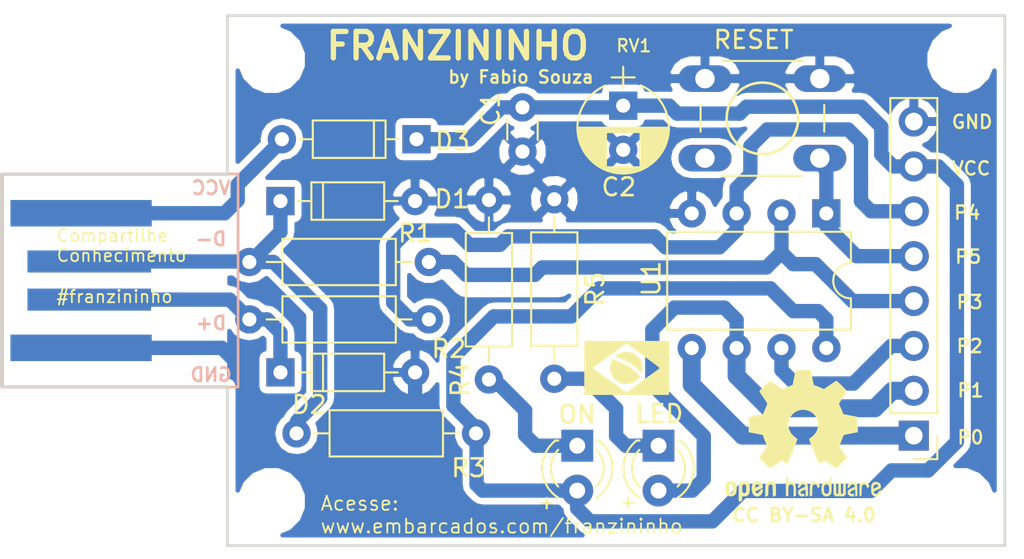
<source format=kicad_pcb>
(kicad_pcb (version 4) (host pcbnew 4.0.6-e0-6349~53~ubuntu14.04.1)

  (general
    (links 35)
    (no_connects 1)
    (area 131.724999 82.724999 188.675001 112.875001)
    (thickness 1.6)
    (drawings 25)
    (tracks 140)
    (zones 0)
    (modules 22)
    (nets 14)
  )

  (page A4)
  (layers
    (0 F.Cu signal)
    (31 B.Cu signal)
    (32 B.Adhes user)
    (33 F.Adhes user)
    (34 B.Paste user)
    (35 F.Paste user)
    (36 B.SilkS user)
    (37 F.SilkS user)
    (38 B.Mask user)
    (39 F.Mask user)
    (40 Dwgs.User user)
    (41 Cmts.User user)
    (42 Eco1.User user)
    (43 Eco2.User user)
    (44 Edge.Cuts user)
    (45 Margin user)
    (46 B.CrtYd user)
    (47 F.CrtYd user)
    (48 B.Fab user)
    (49 F.Fab user)
  )

  (setup
    (last_trace_width 0.8128)
    (user_trace_width 0.2)
    (user_trace_width 0.35)
    (user_trace_width 0.7)
    (user_trace_width 0.8128)
    (user_trace_width 1.016)
    (user_trace_width 1.08)
    (user_trace_width 1.1)
    (user_trace_width 1.175)
    (trace_clearance 0.2)
    (zone_clearance 0.381)
    (zone_45_only no)
    (trace_min 0.2)
    (segment_width 0.2)
    (edge_width 0.15)
    (via_size 0.6)
    (via_drill 0.4)
    (via_min_size 0.4)
    (via_min_drill 0.3)
    (uvia_size 0.3)
    (uvia_drill 0.1)
    (uvias_allowed no)
    (uvia_min_size 0.2)
    (uvia_min_drill 0.1)
    (pcb_text_width 0.3)
    (pcb_text_size 1.5 1.5)
    (mod_edge_width 0.15)
    (mod_text_size 1 1)
    (mod_text_width 0.15)
    (pad_size 1.397 12.065)
    (pad_drill 0)
    (pad_to_mask_clearance 0.2)
    (aux_axis_origin 0 0)
    (visible_elements FFFFFF7F)
    (pcbplotparams
      (layerselection 0x00030_80000001)
      (usegerberextensions false)
      (excludeedgelayer true)
      (linewidth 0.100000)
      (plotframeref false)
      (viasonmask false)
      (mode 1)
      (useauxorigin false)
      (hpglpennumber 1)
      (hpglpenspeed 20)
      (hpglpendiameter 15)
      (hpglpenoverlay 2)
      (psnegative false)
      (psa4output false)
      (plotreference true)
      (plotvalue true)
      (plotinvisibletext false)
      (padsonsilk false)
      (subtractmaskfromsilk false)
      (outputformat 1)
      (mirror false)
      (drillshape 1)
      (scaleselection 1)
      (outputdirectory ""))
  )

  (net 0 "")
  (net 1 +5V)
  (net 2 GND)
  (net 3 "Net-(D1-Pad1)")
  (net 4 "Net-(D2-Pad1)")
  (net 5 "Net-(D3-Pad2)")
  (net 6 "Net-(D4-Pad1)")
  (net 7 "Net-(D5-Pad1)")
  (net 8 "Net-(D5-Pad2)")
  (net 9 "Net-(J1-Pad1)")
  (net 10 "Net-(J1-Pad3)")
  (net 11 "Net-(J1-Pad4)")
  (net 12 "Net-(J1-Pad5)")
  (net 13 "Net-(J1-Pad6)")

  (net_class Default "This is the default net class."
    (clearance 0.2)
    (trace_width 0.25)
    (via_dia 0.6)
    (via_drill 0.4)
    (uvia_dia 0.3)
    (uvia_drill 0.1)
    (add_net +5V)
    (add_net GND)
    (add_net "Net-(D1-Pad1)")
    (add_net "Net-(D2-Pad1)")
    (add_net "Net-(D3-Pad2)")
    (add_net "Net-(D4-Pad1)")
    (add_net "Net-(D5-Pad1)")
    (add_net "Net-(D5-Pad2)")
    (add_net "Net-(J1-Pad1)")
    (add_net "Net-(J1-Pad3)")
    (add_net "Net-(J1-Pad4)")
    (add_net "Net-(J1-Pad5)")
    (add_net "Net-(J1-Pad6)")
  )

  (module custom_6mm_push_btn (layer F.Cu) (tedit 596180FF) (tstamp 595EEC40)
    (at 178.13 90.87 180)
    (descr https://www.omron.com/ecb/products/pdf/en-b3f.pdf)
    (tags "tact sw push 6mm")
    (path /595EEE76)
    (fp_text reference SW1 (at 3.25 -2 180) (layer F.SilkS) hide
      (effects (font (size 1 1) (thickness 0.15)))
    )
    (fp_text value RESET (at 3.75 6.7 180) (layer F.SilkS)
      (effects (font (size 1 1) (thickness 0.15)))
    )
    (fp_circle (center 3.25 2.25) (end 4.55 0.7) (layer F.SilkS) (width 0.15))
    (fp_text user %R (at 3.25 2.25 180) (layer F.Fab)
      (effects (font (size 1 1) (thickness 0.15)))
    )
    (fp_line (start 3.25 -0.75) (end 6.25 -0.75) (layer F.Fab) (width 0.1))
    (fp_line (start 6.25 -0.75) (end 6.25 5.25) (layer F.Fab) (width 0.1))
    (fp_line (start 6.25 5.25) (end 0.25 5.25) (layer F.Fab) (width 0.1))
    (fp_line (start 0.25 5.25) (end 0.25 -0.75) (layer F.Fab) (width 0.1))
    (fp_line (start 0.25 -0.75) (end 3.25 -0.75) (layer F.Fab) (width 0.1))
    (fp_line (start 7.75 6) (end 8 6) (layer F.CrtYd) (width 0.05))
    (fp_line (start 8 6) (end 8 5.75) (layer F.CrtYd) (width 0.05))
    (fp_line (start 7.75 -1.5) (end 8 -1.5) (layer F.CrtYd) (width 0.05))
    (fp_line (start 8 -1.5) (end 8 -1.25) (layer F.CrtYd) (width 0.05))
    (fp_line (start -1.5 -1.25) (end -1.5 -1.5) (layer F.CrtYd) (width 0.05))
    (fp_line (start -1.5 -1.5) (end -1.25 -1.5) (layer F.CrtYd) (width 0.05))
    (fp_line (start -1.5 5.75) (end -1.5 6) (layer F.CrtYd) (width 0.05))
    (fp_line (start -1.5 6) (end -1.25 6) (layer F.CrtYd) (width 0.05))
    (fp_line (start -1.25 -1.5) (end 7.75 -1.5) (layer F.CrtYd) (width 0.05))
    (fp_line (start -1.5 5.75) (end -1.5 -1.25) (layer F.CrtYd) (width 0.05))
    (fp_line (start 7.75 6) (end -1.25 6) (layer F.CrtYd) (width 0.05))
    (fp_line (start 8 -1.25) (end 8 5.75) (layer F.CrtYd) (width 0.05))
    (fp_line (start 1 5.5) (end 5.5 5.5) (layer F.SilkS) (width 0.12))
    (fp_line (start -0.25 1.5) (end -0.25 3) (layer F.SilkS) (width 0.12))
    (fp_line (start 5.5 -1) (end 1 -1) (layer F.SilkS) (width 0.12))
    (fp_line (start 6.75 3) (end 6.75 1.5) (layer F.SilkS) (width 0.12))
    (fp_circle (center 3.25 2.25) (end 1.25 2.5) (layer F.Fab) (width 0.1))
    (pad 2 thru_hole oval (at 0 4.5 270) (size 1.5 3) (drill 1.1) (layers *.Cu *.Mask)
      (net 2 GND))
    (pad 1 thru_hole oval (at 0 0 270) (size 1.5 3) (drill 1.1) (layers *.Cu *.Mask)
      (net 12 "Net-(J1-Pad5)"))
    (pad 2 thru_hole oval (at 6.5 4.5 270) (size 1.5 3) (drill 1.1) (layers *.Cu *.Mask)
      (net 2 GND))
    (pad 1 thru_hole oval (at 6.5 0 270) (size 1.5 3) (drill 1.1) (layers *.Cu *.Mask)
      (net 12 "Net-(J1-Pad5)"))
    (model ${KISYS3DMOD}/Buttons_Switches_THT.3dshapes/SW_PUSH_6mm.wrl
      (at (xyz 0.005 0 0))
      (scale (xyz 0.3937 0.3937 0.3937))
      (rotate (xyz 0 0 0))
    )
  )

  (module Mounting_Holes:MountingHole_3mm (layer F.Cu) (tedit 59617FAB) (tstamp 59616FD2)
    (at 147.1 85.3)
    (descr "Mounting Hole 3mm, no annular")
    (tags "mounting hole 3mm no annular")
    (fp_text reference REF** (at 0 -4) (layer F.SilkS) hide
      (effects (font (size 1 1) (thickness 0.15)))
    )
    (fp_text value MountingHole_3mm (at 0 4) (layer F.Fab) hide
      (effects (font (size 1 1) (thickness 0.15)))
    )
    (fp_circle (center 0 0) (end 3 0) (layer Cmts.User) (width 0.15))
    (fp_circle (center 0 0) (end 3.25 0) (layer F.CrtYd) (width 0.05))
    (pad 1 np_thru_hole circle (at 0 0) (size 3 3) (drill 3) (layers *.Cu *.Mask))
  )

  (module Mounting_Holes:MountingHole_3mm (layer F.Cu) (tedit 59617FB1) (tstamp 59616FCB)
    (at 147.1 110.3)
    (descr "Mounting Hole 3mm, no annular")
    (tags "mounting hole 3mm no annular")
    (fp_text reference REF** (at 0 -4) (layer F.SilkS) hide
      (effects (font (size 1 1) (thickness 0.15)))
    )
    (fp_text value MountingHole_3mm (at 0 4) (layer F.Fab) hide
      (effects (font (size 1 1) (thickness 0.15)))
    )
    (fp_circle (center 0 0) (end 3 0) (layer Cmts.User) (width 0.15))
    (fp_circle (center 0 0) (end 3.25 0) (layer F.CrtYd) (width 0.05))
    (pad 1 np_thru_hole circle (at 0 0) (size 3 3) (drill 3) (layers *.Cu *.Mask))
  )

  (module Mounting_Holes:MountingHole_3mm (layer F.Cu) (tedit 59617FA2) (tstamp 59616F93)
    (at 186.1 110.3)
    (descr "Mounting Hole 3mm, no annular")
    (tags "mounting hole 3mm no annular")
    (fp_text reference REF** (at 0 -4) (layer F.SilkS) hide
      (effects (font (size 1 1) (thickness 0.15)))
    )
    (fp_text value MountingHole_3mm (at 0 4) (layer F.Fab) hide
      (effects (font (size 1 1) (thickness 0.15)))
    )
    (fp_circle (center 0 0) (end 3 0) (layer Cmts.User) (width 0.15))
    (fp_circle (center 0 0) (end 3.25 0) (layer F.CrtYd) (width 0.05))
    (pad 1 np_thru_hole circle (at 0 0) (size 3 3) (drill 3) (layers *.Cu *.Mask))
  )

  (module Capacitors_ThroughHole:C_Disc_D3.0mm_W1.6mm_P2.50mm (layer F.Cu) (tedit 596180CA) (tstamp 595EEBE6)
    (at 161.3 88 270)
    (descr "C, Disc series, Radial, pin pitch=2.50mm, , diameter*width=3.0*1.6mm^2, Capacitor, http://www.vishay.com/docs/45233/krseries.pdf")
    (tags "C Disc series Radial pin pitch 2.50mm  diameter 3.0mm width 1.6mm Capacitor")
    (path /595FED9B)
    (fp_text reference C1 (at 0.09 1.8 270) (layer F.SilkS)
      (effects (font (size 1 1) (thickness 0.15)))
    )
    (fp_text value 0.1uF (at 1.25 1.86 270) (layer F.Fab) hide
      (effects (font (size 1 1) (thickness 0.15)))
    )
    (fp_text user %R (at 1.25 0 270) (layer F.Fab)
      (effects (font (size 0.7 0.7) (thickness 0.105)))
    )
    (fp_line (start -0.25 -0.8) (end -0.25 0.8) (layer F.Fab) (width 0.1))
    (fp_line (start -0.25 0.8) (end 2.75 0.8) (layer F.Fab) (width 0.1))
    (fp_line (start 2.75 0.8) (end 2.75 -0.8) (layer F.Fab) (width 0.1))
    (fp_line (start 2.75 -0.8) (end -0.25 -0.8) (layer F.Fab) (width 0.1))
    (fp_line (start 0.663 -0.861) (end 1.837 -0.861) (layer F.SilkS) (width 0.12))
    (fp_line (start 0.663 0.861) (end 1.837 0.861) (layer F.SilkS) (width 0.12))
    (fp_line (start -1.05 -1.15) (end -1.05 1.15) (layer F.CrtYd) (width 0.05))
    (fp_line (start -1.05 1.15) (end 3.55 1.15) (layer F.CrtYd) (width 0.05))
    (fp_line (start 3.55 1.15) (end 3.55 -1.15) (layer F.CrtYd) (width 0.05))
    (fp_line (start 3.55 -1.15) (end -1.05 -1.15) (layer F.CrtYd) (width 0.05))
    (pad 1 thru_hole circle (at 0 0 270) (size 1.6 1.6) (drill 0.8) (layers *.Cu *.Mask)
      (net 1 +5V))
    (pad 2 thru_hole circle (at 2.5 0 270) (size 1.6 1.6) (drill 0.8) (layers *.Cu *.Mask)
      (net 2 GND))
    (model ${KISYS3DMOD}/Capacitors_THT.3dshapes/C_Disc_D3.0mm_W1.6mm_P2.50mm.wrl
      (at (xyz 0 0 0))
      (scale (xyz 0.393701 0.393701 0.393701))
      (rotate (xyz 0 0 0))
    )
  )

  (module Capacitors_ThroughHole:CP_Radial_D5.0mm_P2.50mm (layer F.Cu) (tedit 596180DE) (tstamp 595EEBEC)
    (at 167 87.9 270)
    (descr "CP, Radial series, Radial, pin pitch=2.50mm, , diameter=5mm, Electrolytic Capacitor")
    (tags "CP Radial series Radial pin pitch 2.50mm  diameter 5mm Electrolytic Capacitor")
    (path /595ECE64)
    (fp_text reference C2 (at 4.61 0.25 360) (layer F.SilkS)
      (effects (font (size 1 1) (thickness 0.15)))
    )
    (fp_text value 10uF (at 1.25 3.56 270) (layer F.Fab) hide
      (effects (font (size 1 1) (thickness 0.15)))
    )
    (fp_text user %R (at 0.775 0 270) (layer F.Fab)
      (effects (font (size 1 1) (thickness 0.15)))
    )
    (fp_line (start -2.2 0) (end -1 0) (layer F.Fab) (width 0.1))
    (fp_line (start -1.6 -0.65) (end -1.6 0.65) (layer F.Fab) (width 0.1))
    (fp_line (start 1.25 -2.55) (end 1.25 2.55) (layer F.SilkS) (width 0.12))
    (fp_line (start 1.29 -2.55) (end 1.29 2.55) (layer F.SilkS) (width 0.12))
    (fp_line (start 1.33 -2.549) (end 1.33 2.549) (layer F.SilkS) (width 0.12))
    (fp_line (start 1.37 -2.548) (end 1.37 2.548) (layer F.SilkS) (width 0.12))
    (fp_line (start 1.41 -2.546) (end 1.41 2.546) (layer F.SilkS) (width 0.12))
    (fp_line (start 1.45 -2.543) (end 1.45 2.543) (layer F.SilkS) (width 0.12))
    (fp_line (start 1.49 -2.539) (end 1.49 2.539) (layer F.SilkS) (width 0.12))
    (fp_line (start 1.53 -2.535) (end 1.53 -0.98) (layer F.SilkS) (width 0.12))
    (fp_line (start 1.53 0.98) (end 1.53 2.535) (layer F.SilkS) (width 0.12))
    (fp_line (start 1.57 -2.531) (end 1.57 -0.98) (layer F.SilkS) (width 0.12))
    (fp_line (start 1.57 0.98) (end 1.57 2.531) (layer F.SilkS) (width 0.12))
    (fp_line (start 1.61 -2.525) (end 1.61 -0.98) (layer F.SilkS) (width 0.12))
    (fp_line (start 1.61 0.98) (end 1.61 2.525) (layer F.SilkS) (width 0.12))
    (fp_line (start 1.65 -2.519) (end 1.65 -0.98) (layer F.SilkS) (width 0.12))
    (fp_line (start 1.65 0.98) (end 1.65 2.519) (layer F.SilkS) (width 0.12))
    (fp_line (start 1.69 -2.513) (end 1.69 -0.98) (layer F.SilkS) (width 0.12))
    (fp_line (start 1.69 0.98) (end 1.69 2.513) (layer F.SilkS) (width 0.12))
    (fp_line (start 1.73 -2.506) (end 1.73 -0.98) (layer F.SilkS) (width 0.12))
    (fp_line (start 1.73 0.98) (end 1.73 2.506) (layer F.SilkS) (width 0.12))
    (fp_line (start 1.77 -2.498) (end 1.77 -0.98) (layer F.SilkS) (width 0.12))
    (fp_line (start 1.77 0.98) (end 1.77 2.498) (layer F.SilkS) (width 0.12))
    (fp_line (start 1.81 -2.489) (end 1.81 -0.98) (layer F.SilkS) (width 0.12))
    (fp_line (start 1.81 0.98) (end 1.81 2.489) (layer F.SilkS) (width 0.12))
    (fp_line (start 1.85 -2.48) (end 1.85 -0.98) (layer F.SilkS) (width 0.12))
    (fp_line (start 1.85 0.98) (end 1.85 2.48) (layer F.SilkS) (width 0.12))
    (fp_line (start 1.89 -2.47) (end 1.89 -0.98) (layer F.SilkS) (width 0.12))
    (fp_line (start 1.89 0.98) (end 1.89 2.47) (layer F.SilkS) (width 0.12))
    (fp_line (start 1.93 -2.46) (end 1.93 -0.98) (layer F.SilkS) (width 0.12))
    (fp_line (start 1.93 0.98) (end 1.93 2.46) (layer F.SilkS) (width 0.12))
    (fp_line (start 1.971 -2.448) (end 1.971 -0.98) (layer F.SilkS) (width 0.12))
    (fp_line (start 1.971 0.98) (end 1.971 2.448) (layer F.SilkS) (width 0.12))
    (fp_line (start 2.011 -2.436) (end 2.011 -0.98) (layer F.SilkS) (width 0.12))
    (fp_line (start 2.011 0.98) (end 2.011 2.436) (layer F.SilkS) (width 0.12))
    (fp_line (start 2.051 -2.424) (end 2.051 -0.98) (layer F.SilkS) (width 0.12))
    (fp_line (start 2.051 0.98) (end 2.051 2.424) (layer F.SilkS) (width 0.12))
    (fp_line (start 2.091 -2.41) (end 2.091 -0.98) (layer F.SilkS) (width 0.12))
    (fp_line (start 2.091 0.98) (end 2.091 2.41) (layer F.SilkS) (width 0.12))
    (fp_line (start 2.131 -2.396) (end 2.131 -0.98) (layer F.SilkS) (width 0.12))
    (fp_line (start 2.131 0.98) (end 2.131 2.396) (layer F.SilkS) (width 0.12))
    (fp_line (start 2.171 -2.382) (end 2.171 -0.98) (layer F.SilkS) (width 0.12))
    (fp_line (start 2.171 0.98) (end 2.171 2.382) (layer F.SilkS) (width 0.12))
    (fp_line (start 2.211 -2.366) (end 2.211 -0.98) (layer F.SilkS) (width 0.12))
    (fp_line (start 2.211 0.98) (end 2.211 2.366) (layer F.SilkS) (width 0.12))
    (fp_line (start 2.251 -2.35) (end 2.251 -0.98) (layer F.SilkS) (width 0.12))
    (fp_line (start 2.251 0.98) (end 2.251 2.35) (layer F.SilkS) (width 0.12))
    (fp_line (start 2.291 -2.333) (end 2.291 -0.98) (layer F.SilkS) (width 0.12))
    (fp_line (start 2.291 0.98) (end 2.291 2.333) (layer F.SilkS) (width 0.12))
    (fp_line (start 2.331 -2.315) (end 2.331 -0.98) (layer F.SilkS) (width 0.12))
    (fp_line (start 2.331 0.98) (end 2.331 2.315) (layer F.SilkS) (width 0.12))
    (fp_line (start 2.371 -2.296) (end 2.371 -0.98) (layer F.SilkS) (width 0.12))
    (fp_line (start 2.371 0.98) (end 2.371 2.296) (layer F.SilkS) (width 0.12))
    (fp_line (start 2.411 -2.276) (end 2.411 -0.98) (layer F.SilkS) (width 0.12))
    (fp_line (start 2.411 0.98) (end 2.411 2.276) (layer F.SilkS) (width 0.12))
    (fp_line (start 2.451 -2.256) (end 2.451 -0.98) (layer F.SilkS) (width 0.12))
    (fp_line (start 2.451 0.98) (end 2.451 2.256) (layer F.SilkS) (width 0.12))
    (fp_line (start 2.491 -2.234) (end 2.491 -0.98) (layer F.SilkS) (width 0.12))
    (fp_line (start 2.491 0.98) (end 2.491 2.234) (layer F.SilkS) (width 0.12))
    (fp_line (start 2.531 -2.212) (end 2.531 -0.98) (layer F.SilkS) (width 0.12))
    (fp_line (start 2.531 0.98) (end 2.531 2.212) (layer F.SilkS) (width 0.12))
    (fp_line (start 2.571 -2.189) (end 2.571 -0.98) (layer F.SilkS) (width 0.12))
    (fp_line (start 2.571 0.98) (end 2.571 2.189) (layer F.SilkS) (width 0.12))
    (fp_line (start 2.611 -2.165) (end 2.611 -0.98) (layer F.SilkS) (width 0.12))
    (fp_line (start 2.611 0.98) (end 2.611 2.165) (layer F.SilkS) (width 0.12))
    (fp_line (start 2.651 -2.14) (end 2.651 -0.98) (layer F.SilkS) (width 0.12))
    (fp_line (start 2.651 0.98) (end 2.651 2.14) (layer F.SilkS) (width 0.12))
    (fp_line (start 2.691 -2.113) (end 2.691 -0.98) (layer F.SilkS) (width 0.12))
    (fp_line (start 2.691 0.98) (end 2.691 2.113) (layer F.SilkS) (width 0.12))
    (fp_line (start 2.731 -2.086) (end 2.731 -0.98) (layer F.SilkS) (width 0.12))
    (fp_line (start 2.731 0.98) (end 2.731 2.086) (layer F.SilkS) (width 0.12))
    (fp_line (start 2.771 -2.058) (end 2.771 -0.98) (layer F.SilkS) (width 0.12))
    (fp_line (start 2.771 0.98) (end 2.771 2.058) (layer F.SilkS) (width 0.12))
    (fp_line (start 2.811 -2.028) (end 2.811 -0.98) (layer F.SilkS) (width 0.12))
    (fp_line (start 2.811 0.98) (end 2.811 2.028) (layer F.SilkS) (width 0.12))
    (fp_line (start 2.851 -1.997) (end 2.851 -0.98) (layer F.SilkS) (width 0.12))
    (fp_line (start 2.851 0.98) (end 2.851 1.997) (layer F.SilkS) (width 0.12))
    (fp_line (start 2.891 -1.965) (end 2.891 -0.98) (layer F.SilkS) (width 0.12))
    (fp_line (start 2.891 0.98) (end 2.891 1.965) (layer F.SilkS) (width 0.12))
    (fp_line (start 2.931 -1.932) (end 2.931 -0.98) (layer F.SilkS) (width 0.12))
    (fp_line (start 2.931 0.98) (end 2.931 1.932) (layer F.SilkS) (width 0.12))
    (fp_line (start 2.971 -1.897) (end 2.971 -0.98) (layer F.SilkS) (width 0.12))
    (fp_line (start 2.971 0.98) (end 2.971 1.897) (layer F.SilkS) (width 0.12))
    (fp_line (start 3.011 -1.861) (end 3.011 -0.98) (layer F.SilkS) (width 0.12))
    (fp_line (start 3.011 0.98) (end 3.011 1.861) (layer F.SilkS) (width 0.12))
    (fp_line (start 3.051 -1.823) (end 3.051 -0.98) (layer F.SilkS) (width 0.12))
    (fp_line (start 3.051 0.98) (end 3.051 1.823) (layer F.SilkS) (width 0.12))
    (fp_line (start 3.091 -1.783) (end 3.091 -0.98) (layer F.SilkS) (width 0.12))
    (fp_line (start 3.091 0.98) (end 3.091 1.783) (layer F.SilkS) (width 0.12))
    (fp_line (start 3.131 -1.742) (end 3.131 -0.98) (layer F.SilkS) (width 0.12))
    (fp_line (start 3.131 0.98) (end 3.131 1.742) (layer F.SilkS) (width 0.12))
    (fp_line (start 3.171 -1.699) (end 3.171 -0.98) (layer F.SilkS) (width 0.12))
    (fp_line (start 3.171 0.98) (end 3.171 1.699) (layer F.SilkS) (width 0.12))
    (fp_line (start 3.211 -1.654) (end 3.211 -0.98) (layer F.SilkS) (width 0.12))
    (fp_line (start 3.211 0.98) (end 3.211 1.654) (layer F.SilkS) (width 0.12))
    (fp_line (start 3.251 -1.606) (end 3.251 -0.98) (layer F.SilkS) (width 0.12))
    (fp_line (start 3.251 0.98) (end 3.251 1.606) (layer F.SilkS) (width 0.12))
    (fp_line (start 3.291 -1.556) (end 3.291 -0.98) (layer F.SilkS) (width 0.12))
    (fp_line (start 3.291 0.98) (end 3.291 1.556) (layer F.SilkS) (width 0.12))
    (fp_line (start 3.331 -1.504) (end 3.331 -0.98) (layer F.SilkS) (width 0.12))
    (fp_line (start 3.331 0.98) (end 3.331 1.504) (layer F.SilkS) (width 0.12))
    (fp_line (start 3.371 -1.448) (end 3.371 -0.98) (layer F.SilkS) (width 0.12))
    (fp_line (start 3.371 0.98) (end 3.371 1.448) (layer F.SilkS) (width 0.12))
    (fp_line (start 3.411 -1.39) (end 3.411 -0.98) (layer F.SilkS) (width 0.12))
    (fp_line (start 3.411 0.98) (end 3.411 1.39) (layer F.SilkS) (width 0.12))
    (fp_line (start 3.451 -1.327) (end 3.451 -0.98) (layer F.SilkS) (width 0.12))
    (fp_line (start 3.451 0.98) (end 3.451 1.327) (layer F.SilkS) (width 0.12))
    (fp_line (start 3.491 -1.261) (end 3.491 1.261) (layer F.SilkS) (width 0.12))
    (fp_line (start 3.531 -1.189) (end 3.531 1.189) (layer F.SilkS) (width 0.12))
    (fp_line (start 3.571 -1.112) (end 3.571 1.112) (layer F.SilkS) (width 0.12))
    (fp_line (start 3.611 -1.028) (end 3.611 1.028) (layer F.SilkS) (width 0.12))
    (fp_line (start 3.651 -0.934) (end 3.651 0.934) (layer F.SilkS) (width 0.12))
    (fp_line (start 3.691 -0.829) (end 3.691 0.829) (layer F.SilkS) (width 0.12))
    (fp_line (start 3.731 -0.707) (end 3.731 0.707) (layer F.SilkS) (width 0.12))
    (fp_line (start 3.771 -0.559) (end 3.771 0.559) (layer F.SilkS) (width 0.12))
    (fp_line (start 3.811 -0.354) (end 3.811 0.354) (layer F.SilkS) (width 0.12))
    (fp_line (start -2.2 0) (end -1 0) (layer F.SilkS) (width 0.12))
    (fp_line (start -1.6 -0.65) (end -1.6 0.65) (layer F.SilkS) (width 0.12))
    (fp_line (start -1.6 -2.85) (end -1.6 2.85) (layer F.CrtYd) (width 0.05))
    (fp_line (start -1.6 2.85) (end 4.1 2.85) (layer F.CrtYd) (width 0.05))
    (fp_line (start 4.1 2.85) (end 4.1 -2.85) (layer F.CrtYd) (width 0.05))
    (fp_line (start 4.1 -2.85) (end -1.6 -2.85) (layer F.CrtYd) (width 0.05))
    (fp_circle (center 1.25 0) (end 3.75 0) (layer F.Fab) (width 0.1))
    (fp_arc (start 1.25 0) (end -1.147436 -0.98) (angle 135.5) (layer F.SilkS) (width 0.12))
    (fp_arc (start 1.25 0) (end -1.147436 0.98) (angle -135.5) (layer F.SilkS) (width 0.12))
    (fp_arc (start 1.25 0) (end 3.647436 -0.98) (angle 44.5) (layer F.SilkS) (width 0.12))
    (pad 1 thru_hole rect (at 0 0 270) (size 1.6 1.6) (drill 0.8) (layers *.Cu *.Mask)
      (net 1 +5V))
    (pad 2 thru_hole circle (at 2.5 0 270) (size 1.6 1.6) (drill 0.8) (layers *.Cu *.Mask)
      (net 2 GND))
    (model ${KISYS3DMOD}/Capacitors_THT.3dshapes/CP_Radial_D5.0mm_P2.50mm.wrl
      (at (xyz 0 0 0))
      (scale (xyz 1 1 1))
      (rotate (xyz 0 0 0))
    )
  )

  (module Diodes_ThroughHole:D_DO-35_SOD27_P7.62mm_Horizontal (layer F.Cu) (tedit 59618042) (tstamp 595EEBF2)
    (at 147.6 93.3)
    (descr "D, DO-35_SOD27 series, Axial, Horizontal, pin pitch=7.62mm, , length*diameter=4*2mm^2, , http://www.diodes.com/_files/packages/DO-35.pdf")
    (tags "D DO-35_SOD27 series Axial Horizontal pin pitch 7.62mm  length 4mm diameter 2mm")
    (path /595ED0E8)
    (fp_text reference D1 (at 9.7 -0.11) (layer F.SilkS)
      (effects (font (size 1 1) (thickness 0.15)))
    )
    (fp_text value BZT52 (at 3.81 2.06) (layer F.Fab) hide
      (effects (font (size 1 1) (thickness 0.15)))
    )
    (fp_text user %R (at 3.81 0) (layer F.Fab) hide
      (effects (font (size 1 1) (thickness 0.15)))
    )
    (fp_line (start 1.81 -1) (end 1.81 1) (layer F.Fab) (width 0.1))
    (fp_line (start 1.81 1) (end 5.81 1) (layer F.Fab) (width 0.1))
    (fp_line (start 5.81 1) (end 5.81 -1) (layer F.Fab) (width 0.1))
    (fp_line (start 5.81 -1) (end 1.81 -1) (layer F.Fab) (width 0.1))
    (fp_line (start 0 0) (end 1.81 0) (layer F.Fab) (width 0.1))
    (fp_line (start 7.62 0) (end 5.81 0) (layer F.Fab) (width 0.1))
    (fp_line (start 2.41 -1) (end 2.41 1) (layer F.Fab) (width 0.1))
    (fp_line (start 1.75 -1.06) (end 1.75 1.06) (layer F.SilkS) (width 0.12))
    (fp_line (start 1.75 1.06) (end 5.87 1.06) (layer F.SilkS) (width 0.12))
    (fp_line (start 5.87 1.06) (end 5.87 -1.06) (layer F.SilkS) (width 0.12))
    (fp_line (start 5.87 -1.06) (end 1.75 -1.06) (layer F.SilkS) (width 0.12))
    (fp_line (start 0.98 0) (end 1.75 0) (layer F.SilkS) (width 0.12))
    (fp_line (start 6.64 0) (end 5.87 0) (layer F.SilkS) (width 0.12))
    (fp_line (start 2.41 -1.06) (end 2.41 1.06) (layer F.SilkS) (width 0.12))
    (fp_line (start -1.05 -1.35) (end -1.05 1.35) (layer F.CrtYd) (width 0.05))
    (fp_line (start -1.05 1.35) (end 8.7 1.35) (layer F.CrtYd) (width 0.05))
    (fp_line (start 8.7 1.35) (end 8.7 -1.35) (layer F.CrtYd) (width 0.05))
    (fp_line (start 8.7 -1.35) (end -1.05 -1.35) (layer F.CrtYd) (width 0.05))
    (pad 1 thru_hole rect (at 0 0) (size 1.6 1.6) (drill 0.8) (layers *.Cu *.Mask)
      (net 3 "Net-(D1-Pad1)"))
    (pad 2 thru_hole oval (at 7.62 0) (size 1.6 1.6) (drill 0.8) (layers *.Cu *.Mask)
      (net 2 GND))
    (model ${KISYS3DMOD}/Diodes_THT.3dshapes/D_DO-35_SOD27_P7.62mm_Horizontal.wrl
      (at (xyz 0 0 0))
      (scale (xyz 0.393701 0.393701 0.393701))
      (rotate (xyz 0 0 0))
    )
  )

  (module Diodes_ThroughHole:D_DO-35_SOD27_P7.62mm_Horizontal (layer F.Cu) (tedit 59618092) (tstamp 595EEBF8)
    (at 147.6 103)
    (descr "D, DO-35_SOD27 series, Axial, Horizontal, pin pitch=7.62mm, , length*diameter=4*2mm^2, , http://www.diodes.com/_files/packages/DO-35.pdf")
    (tags "D DO-35_SOD27 series Axial Horizontal pin pitch 7.62mm  length 4mm diameter 2mm")
    (path /595ED13A)
    (fp_text reference D2 (at 1.63 1.83) (layer F.SilkS)
      (effects (font (size 1 1) (thickness 0.15)))
    )
    (fp_text value BZT52 (at 3.81 2.06) (layer F.Fab) hide
      (effects (font (size 1 1) (thickness 0.15)))
    )
    (fp_text user %R (at 3.81 0) (layer F.Fab) hide
      (effects (font (size 1 1) (thickness 0.15)))
    )
    (fp_line (start 1.81 -1) (end 1.81 1) (layer F.Fab) (width 0.1))
    (fp_line (start 1.81 1) (end 5.81 1) (layer F.Fab) (width 0.1))
    (fp_line (start 5.81 1) (end 5.81 -1) (layer F.Fab) (width 0.1))
    (fp_line (start 5.81 -1) (end 1.81 -1) (layer F.Fab) (width 0.1))
    (fp_line (start 0 0) (end 1.81 0) (layer F.Fab) (width 0.1))
    (fp_line (start 7.62 0) (end 5.81 0) (layer F.Fab) (width 0.1))
    (fp_line (start 2.41 -1) (end 2.41 1) (layer F.Fab) (width 0.1))
    (fp_line (start 1.75 -1.06) (end 1.75 1.06) (layer F.SilkS) (width 0.12))
    (fp_line (start 1.75 1.06) (end 5.87 1.06) (layer F.SilkS) (width 0.12))
    (fp_line (start 5.87 1.06) (end 5.87 -1.06) (layer F.SilkS) (width 0.12))
    (fp_line (start 5.87 -1.06) (end 1.75 -1.06) (layer F.SilkS) (width 0.12))
    (fp_line (start 0.98 0) (end 1.75 0) (layer F.SilkS) (width 0.12))
    (fp_line (start 6.64 0) (end 5.87 0) (layer F.SilkS) (width 0.12))
    (fp_line (start 2.41 -1.06) (end 2.41 1.06) (layer F.SilkS) (width 0.12))
    (fp_line (start -1.05 -1.35) (end -1.05 1.35) (layer F.CrtYd) (width 0.05))
    (fp_line (start -1.05 1.35) (end 8.7 1.35) (layer F.CrtYd) (width 0.05))
    (fp_line (start 8.7 1.35) (end 8.7 -1.35) (layer F.CrtYd) (width 0.05))
    (fp_line (start 8.7 -1.35) (end -1.05 -1.35) (layer F.CrtYd) (width 0.05))
    (pad 1 thru_hole rect (at 0 0) (size 1.6 1.6) (drill 0.8) (layers *.Cu *.Mask)
      (net 4 "Net-(D2-Pad1)"))
    (pad 2 thru_hole oval (at 7.62 0) (size 1.6 1.6) (drill 0.8) (layers *.Cu *.Mask)
      (net 2 GND))
    (model ${KISYS3DMOD}/Diodes_THT.3dshapes/D_DO-35_SOD27_P7.62mm_Horizontal.wrl
      (at (xyz 0 0 0))
      (scale (xyz 0.393701 0.393701 0.393701))
      (rotate (xyz 0 0 0))
    )
  )

  (module Diodes_ThroughHole:D_DO-35_SOD27_P7.62mm_Horizontal (layer F.Cu) (tedit 5961800D) (tstamp 595EEBFE)
    (at 155.3 89.8 180)
    (descr "D, DO-35_SOD27 series, Axial, Horizontal, pin pitch=7.62mm, , length*diameter=4*2mm^2, , http://www.diodes.com/_files/packages/DO-35.pdf")
    (tags "D DO-35_SOD27 series Axial Horizontal pin pitch 7.62mm  length 4mm diameter 2mm")
    (path /595ED077)
    (fp_text reference D3 (at -2.04 -0.1 180) (layer F.SilkS)
      (effects (font (size 1 1) (thickness 0.15)))
    )
    (fp_text value 1N4148 (at 3.81 2.06 180) (layer F.Fab) hide
      (effects (font (size 1 1) (thickness 0.15)))
    )
    (fp_text user %R (at 3.81 0 180) (layer F.Fab) hide
      (effects (font (size 1 1) (thickness 0.15)))
    )
    (fp_line (start 1.81 -1) (end 1.81 1) (layer F.Fab) (width 0.1))
    (fp_line (start 1.81 1) (end 5.81 1) (layer F.Fab) (width 0.1))
    (fp_line (start 5.81 1) (end 5.81 -1) (layer F.Fab) (width 0.1))
    (fp_line (start 5.81 -1) (end 1.81 -1) (layer F.Fab) (width 0.1))
    (fp_line (start 0 0) (end 1.81 0) (layer F.Fab) (width 0.1))
    (fp_line (start 7.62 0) (end 5.81 0) (layer F.Fab) (width 0.1))
    (fp_line (start 2.41 -1) (end 2.41 1) (layer F.Fab) (width 0.1))
    (fp_line (start 1.75 -1.06) (end 1.75 1.06) (layer F.SilkS) (width 0.12))
    (fp_line (start 1.75 1.06) (end 5.87 1.06) (layer F.SilkS) (width 0.12))
    (fp_line (start 5.87 1.06) (end 5.87 -1.06) (layer F.SilkS) (width 0.12))
    (fp_line (start 5.87 -1.06) (end 1.75 -1.06) (layer F.SilkS) (width 0.12))
    (fp_line (start 0.98 0) (end 1.75 0) (layer F.SilkS) (width 0.12))
    (fp_line (start 6.64 0) (end 5.87 0) (layer F.SilkS) (width 0.12))
    (fp_line (start 2.41 -1.06) (end 2.41 1.06) (layer F.SilkS) (width 0.12))
    (fp_line (start -1.05 -1.35) (end -1.05 1.35) (layer F.CrtYd) (width 0.05))
    (fp_line (start -1.05 1.35) (end 8.7 1.35) (layer F.CrtYd) (width 0.05))
    (fp_line (start 8.7 1.35) (end 8.7 -1.35) (layer F.CrtYd) (width 0.05))
    (fp_line (start 8.7 -1.35) (end -1.05 -1.35) (layer F.CrtYd) (width 0.05))
    (pad 1 thru_hole rect (at 0 0 180) (size 1.6 1.6) (drill 0.8) (layers *.Cu *.Mask)
      (net 1 +5V))
    (pad 2 thru_hole oval (at 7.62 0 180) (size 1.6 1.6) (drill 0.8) (layers *.Cu *.Mask)
      (net 5 "Net-(D3-Pad2)"))
    (model ${KISYS3DMOD}/Diodes_THT.3dshapes/D_DO-35_SOD27_P7.62mm_Horizontal.wrl
      (at (xyz 0 0 0))
      (scale (xyz 0.393701 0.393701 0.393701))
      (rotate (xyz 0 0 0))
    )
  )

  (module LEDs:LED_D3.0mm (layer F.Cu) (tedit 59618129) (tstamp 595EEC04)
    (at 164.4 107.15 270)
    (descr "LED, diameter 3.0mm, 2 pins")
    (tags "LED diameter 3.0mm 2 pins")
    (path /595ECFE0)
    (fp_text reference D4 (at 1.27 -2.96 270) (layer F.SilkS) hide
      (effects (font (size 1 1) (thickness 0.15)))
    )
    (fp_text value ON (at -1.77 0.01 360) (layer F.SilkS)
      (effects (font (size 1 1) (thickness 0.15)))
    )
    (fp_arc (start 1.27 0) (end -0.23 -1.16619) (angle 284.3) (layer F.Fab) (width 0.1))
    (fp_arc (start 1.27 0) (end -0.29 -1.235516) (angle 108.8) (layer F.SilkS) (width 0.12))
    (fp_arc (start 1.27 0) (end -0.29 1.235516) (angle -108.8) (layer F.SilkS) (width 0.12))
    (fp_arc (start 1.27 0) (end 0.229039 -1.08) (angle 87.9) (layer F.SilkS) (width 0.12))
    (fp_arc (start 1.27 0) (end 0.229039 1.08) (angle -87.9) (layer F.SilkS) (width 0.12))
    (fp_circle (center 1.27 0) (end 2.77 0) (layer F.Fab) (width 0.1))
    (fp_line (start -0.23 -1.16619) (end -0.23 1.16619) (layer F.Fab) (width 0.1))
    (fp_line (start -0.29 -1.236) (end -0.29 -1.08) (layer F.SilkS) (width 0.12))
    (fp_line (start -0.29 1.08) (end -0.29 1.236) (layer F.SilkS) (width 0.12))
    (fp_line (start -1.15 -2.25) (end -1.15 2.25) (layer F.CrtYd) (width 0.05))
    (fp_line (start -1.15 2.25) (end 3.7 2.25) (layer F.CrtYd) (width 0.05))
    (fp_line (start 3.7 2.25) (end 3.7 -2.25) (layer F.CrtYd) (width 0.05))
    (fp_line (start 3.7 -2.25) (end -1.15 -2.25) (layer F.CrtYd) (width 0.05))
    (pad 1 thru_hole rect (at 0 0 270) (size 1.8 1.8) (drill 0.9) (layers *.Cu *.Mask)
      (net 6 "Net-(D4-Pad1)"))
    (pad 2 thru_hole circle (at 2.54 0 270) (size 1.8 1.8) (drill 0.9) (layers *.Cu *.Mask)
      (net 1 +5V))
    (model LEDs.3dshapes/LED_D3.0mm.wrl
      (at (xyz 0 0 0))
      (scale (xyz 0.393701 0.393701 0.393701))
      (rotate (xyz 0 0 0))
    )
  )

  (module LEDs:LED_D3.0mm (layer F.Cu) (tedit 59618134) (tstamp 595EEC0A)
    (at 169 107.15 270)
    (descr "LED, diameter 3.0mm, 2 pins")
    (tags "LED diameter 3.0mm 2 pins")
    (path /595ED02B)
    (fp_text reference D5 (at 1.27 -2.96 270) (layer F.SilkS) hide
      (effects (font (size 1 1) (thickness 0.15)))
    )
    (fp_text value LED (at -1.81 -0.04 360) (layer F.SilkS)
      (effects (font (size 1 1) (thickness 0.15)))
    )
    (fp_arc (start 1.27 0) (end -0.23 -1.16619) (angle 284.3) (layer F.Fab) (width 0.1))
    (fp_arc (start 1.27 0) (end -0.29 -1.235516) (angle 108.8) (layer F.SilkS) (width 0.12))
    (fp_arc (start 1.27 0) (end -0.29 1.235516) (angle -108.8) (layer F.SilkS) (width 0.12))
    (fp_arc (start 1.27 0) (end 0.229039 -1.08) (angle 87.9) (layer F.SilkS) (width 0.12))
    (fp_arc (start 1.27 0) (end 0.229039 1.08) (angle -87.9) (layer F.SilkS) (width 0.12))
    (fp_circle (center 1.27 0) (end 2.77 0) (layer F.Fab) (width 0.1))
    (fp_line (start -0.23 -1.16619) (end -0.23 1.16619) (layer F.Fab) (width 0.1))
    (fp_line (start -0.29 -1.236) (end -0.29 -1.08) (layer F.SilkS) (width 0.12))
    (fp_line (start -0.29 1.08) (end -0.29 1.236) (layer F.SilkS) (width 0.12))
    (fp_line (start -1.15 -2.25) (end -1.15 2.25) (layer F.CrtYd) (width 0.05))
    (fp_line (start -1.15 2.25) (end 3.7 2.25) (layer F.CrtYd) (width 0.05))
    (fp_line (start 3.7 2.25) (end 3.7 -2.25) (layer F.CrtYd) (width 0.05))
    (fp_line (start 3.7 -2.25) (end -1.15 -2.25) (layer F.CrtYd) (width 0.05))
    (pad 1 thru_hole rect (at 0 0 270) (size 1.8 1.8) (drill 0.9) (layers *.Cu *.Mask)
      (net 7 "Net-(D5-Pad1)"))
    (pad 2 thru_hole circle (at 2.54 0 270) (size 1.8 1.8) (drill 0.9) (layers *.Cu *.Mask)
      (net 8 "Net-(D5-Pad2)"))
    (model LEDs.3dshapes/LED_D3.0mm.wrl
      (at (xyz 0 0 0))
      (scale (xyz 0.393701 0.393701 0.393701))
      (rotate (xyz 0 0 0))
    )
  )

  (module Pin_Headers:Pin_Header_Straight_1x08_Pitch2.54mm (layer F.Cu) (tedit 5961843A) (tstamp 595EEC16)
    (at 183.45 106.58 180)
    (descr "Through hole straight pin header, 1x08, 2.54mm pitch, single row")
    (tags "Through hole pin header THT 1x08 2.54mm single row")
    (path /595ED184)
    (fp_text reference J1 (at 0 -2.33 180) (layer F.SilkS) hide
      (effects (font (size 1 1) (thickness 0.15)))
    )
    (fp_text value CONN_01X08 (at 0 20.11 180) (layer F.Fab) hide
      (effects (font (size 1 1) (thickness 0.15)))
    )
    (fp_line (start -1.27 -1.27) (end -1.27 19.05) (layer F.Fab) (width 0.1))
    (fp_line (start -1.27 19.05) (end 1.27 19.05) (layer F.Fab) (width 0.1))
    (fp_line (start 1.27 19.05) (end 1.27 -1.27) (layer F.Fab) (width 0.1))
    (fp_line (start 1.27 -1.27) (end -1.27 -1.27) (layer F.Fab) (width 0.1))
    (fp_line (start -1.33 1.27) (end -1.33 19.11) (layer F.SilkS) (width 0.12))
    (fp_line (start -1.33 19.11) (end 1.33 19.11) (layer F.SilkS) (width 0.12))
    (fp_line (start 1.33 19.11) (end 1.33 1.27) (layer F.SilkS) (width 0.12))
    (fp_line (start 1.33 1.27) (end -1.33 1.27) (layer F.SilkS) (width 0.12))
    (fp_line (start -1.33 0) (end -1.33 -1.33) (layer F.SilkS) (width 0.12))
    (fp_line (start -1.33 -1.33) (end 0 -1.33) (layer F.SilkS) (width 0.12))
    (fp_line (start -1.8 -1.8) (end -1.8 19.55) (layer F.CrtYd) (width 0.05))
    (fp_line (start -1.8 19.55) (end 1.8 19.55) (layer F.CrtYd) (width 0.05))
    (fp_line (start 1.8 19.55) (end 1.8 -1.8) (layer F.CrtYd) (width 0.05))
    (fp_line (start 1.8 -1.8) (end -1.8 -1.8) (layer F.CrtYd) (width 0.05))
    (fp_text user %R (at 0 -2.33 180) (layer F.Fab) hide
      (effects (font (size 1 1) (thickness 0.15)))
    )
    (pad 1 thru_hole rect (at 0 0 180) (size 1.7 1.7) (drill 1) (layers *.Cu *.Mask)
      (net 9 "Net-(J1-Pad1)"))
    (pad 2 thru_hole oval (at 0 2.54 180) (size 1.7 1.7) (drill 1) (layers *.Cu *.Mask)
      (net 8 "Net-(D5-Pad2)"))
    (pad 3 thru_hole oval (at 0 5.08 180) (size 1.7 1.7) (drill 1) (layers *.Cu *.Mask)
      (net 10 "Net-(J1-Pad3)"))
    (pad 4 thru_hole oval (at 0 7.62 180) (size 1.7 1.7) (drill 1) (layers *.Cu *.Mask)
      (net 11 "Net-(J1-Pad4)"))
    (pad 5 thru_hole oval (at 0 10.16 180) (size 1.7 1.7) (drill 1) (layers *.Cu *.Mask)
      (net 12 "Net-(J1-Pad5)"))
    (pad 6 thru_hole oval (at 0 12.7 180) (size 1.7 1.7) (drill 1) (layers *.Cu *.Mask)
      (net 13 "Net-(J1-Pad6)"))
    (pad 7 thru_hole oval (at 0 15.24 180) (size 1.7 1.7) (drill 1) (layers *.Cu *.Mask)
      (net 1 +5V))
    (pad 8 thru_hole oval (at 0 17.78 180) (size 1.7 1.7) (drill 1) (layers *.Cu *.Mask)
      (net 2 GND))
    (model ${KISYS3DMOD}/Pin_Headers.3dshapes/Pin_Header_Straight_1x08_Pitch2.54mm.wrl
      (at (xyz 0 -0.35 0))
      (scale (xyz 1 1 1))
      (rotate (xyz 0 0 90))
    )
  )

  (module Symbols:OSHW-Logo2_9.8x8mm_SilkScreen (layer F.Cu) (tedit 0) (tstamp 595EEC1A)
    (at 177.19 106.58)
    (descr "Open Source Hardware Symbol")
    (tags "Logo Symbol OSHW")
    (path /595ED39D)
    (attr virtual)
    (fp_text reference LOGO1 (at 0 0) (layer F.SilkS) hide
      (effects (font (size 1 1) (thickness 0.15)))
    )
    (fp_text value "open hardware" (at 0.75 0) (layer F.Fab) hide
      (effects (font (size 1 1) (thickness 0.15)))
    )
    (fp_poly (pts (xy -3.231114 2.584505) (xy -3.156461 2.621727) (xy -3.090569 2.690261) (xy -3.072423 2.715648)
      (xy -3.052655 2.748866) (xy -3.039828 2.784945) (xy -3.03249 2.833098) (xy -3.029187 2.902536)
      (xy -3.028462 2.994206) (xy -3.031737 3.11983) (xy -3.043123 3.214154) (xy -3.064959 3.284523)
      (xy -3.099581 3.338286) (xy -3.14933 3.382788) (xy -3.152986 3.385423) (xy -3.202015 3.412377)
      (xy -3.261055 3.425712) (xy -3.336141 3.429) (xy -3.458205 3.429) (xy -3.458256 3.547497)
      (xy -3.459392 3.613492) (xy -3.466314 3.652202) (xy -3.484402 3.675419) (xy -3.519038 3.694933)
      (xy -3.527355 3.69892) (xy -3.56628 3.717603) (xy -3.596417 3.729403) (xy -3.618826 3.730422)
      (xy -3.634567 3.716761) (xy -3.644698 3.684522) (xy -3.650277 3.629804) (xy -3.652365 3.548711)
      (xy -3.652019 3.437344) (xy -3.6503 3.291802) (xy -3.649763 3.248269) (xy -3.647828 3.098205)
      (xy -3.646096 3.000042) (xy -3.458308 3.000042) (xy -3.457252 3.083364) (xy -3.452562 3.13788)
      (xy -3.441949 3.173837) (xy -3.423128 3.201482) (xy -3.41035 3.214965) (xy -3.35811 3.254417)
      (xy -3.311858 3.257628) (xy -3.264133 3.225049) (xy -3.262923 3.223846) (xy -3.243506 3.198668)
      (xy -3.231693 3.164447) (xy -3.225735 3.111748) (xy -3.22388 3.031131) (xy -3.223846 3.013271)
      (xy -3.22833 2.902175) (xy -3.242926 2.825161) (xy -3.26935 2.778147) (xy -3.309317 2.75705)
      (xy -3.332416 2.754923) (xy -3.387238 2.7649) (xy -3.424842 2.797752) (xy -3.447477 2.857857)
      (xy -3.457394 2.949598) (xy -3.458308 3.000042) (xy -3.646096 3.000042) (xy -3.645778 2.98206)
      (xy -3.643127 2.894679) (xy -3.639394 2.830905) (xy -3.634093 2.785582) (xy -3.626742 2.753555)
      (xy -3.616857 2.729668) (xy -3.603954 2.708764) (xy -3.598421 2.700898) (xy -3.525031 2.626595)
      (xy -3.43224 2.584467) (xy -3.324904 2.572722) (xy -3.231114 2.584505)) (layer F.SilkS) (width 0.01))
    (fp_poly (pts (xy -1.728336 2.595089) (xy -1.665633 2.631358) (xy -1.622039 2.667358) (xy -1.590155 2.705075)
      (xy -1.56819 2.751199) (xy -1.554351 2.812421) (xy -1.546847 2.895431) (xy -1.543883 3.006919)
      (xy -1.543539 3.087062) (xy -1.543539 3.382065) (xy -1.709615 3.456515) (xy -1.719385 3.133402)
      (xy -1.723421 3.012729) (xy -1.727656 2.925141) (xy -1.732903 2.86465) (xy -1.739975 2.825268)
      (xy -1.749689 2.801007) (xy -1.762856 2.78588) (xy -1.767081 2.782606) (xy -1.831091 2.757034)
      (xy -1.895792 2.767153) (xy -1.934308 2.794) (xy -1.949975 2.813024) (xy -1.96082 2.837988)
      (xy -1.967712 2.875834) (xy -1.971521 2.933502) (xy -1.973117 3.017935) (xy -1.973385 3.105928)
      (xy -1.973437 3.216323) (xy -1.975328 3.294463) (xy -1.981655 3.347165) (xy -1.995017 3.381242)
      (xy -2.018015 3.403511) (xy -2.053246 3.420787) (xy -2.100303 3.438738) (xy -2.151697 3.458278)
      (xy -2.145579 3.111485) (xy -2.143116 2.986468) (xy -2.140233 2.894082) (xy -2.136102 2.827881)
      (xy -2.129893 2.78142) (xy -2.120774 2.748256) (xy -2.107917 2.721944) (xy -2.092416 2.698729)
      (xy -2.017629 2.624569) (xy -1.926372 2.581684) (xy -1.827117 2.571412) (xy -1.728336 2.595089)) (layer F.SilkS) (width 0.01))
    (fp_poly (pts (xy -3.983114 2.587256) (xy -3.891536 2.635409) (xy -3.823951 2.712905) (xy -3.799943 2.762727)
      (xy -3.781262 2.837533) (xy -3.771699 2.932052) (xy -3.770792 3.03521) (xy -3.778079 3.135935)
      (xy -3.793097 3.223153) (xy -3.815385 3.285791) (xy -3.822235 3.296579) (xy -3.903368 3.377105)
      (xy -3.999734 3.425336) (xy -4.104299 3.43945) (xy -4.210032 3.417629) (xy -4.239457 3.404547)
      (xy -4.296759 3.364231) (xy -4.34705 3.310775) (xy -4.351803 3.303995) (xy -4.371122 3.271321)
      (xy -4.383892 3.236394) (xy -4.391436 3.190414) (xy -4.395076 3.124584) (xy -4.396135 3.030105)
      (xy -4.396154 3.008923) (xy -4.396106 3.002182) (xy -4.200769 3.002182) (xy -4.199632 3.091349)
      (xy -4.195159 3.15052) (xy -4.185754 3.188741) (xy -4.169824 3.215053) (xy -4.161692 3.223846)
      (xy -4.114942 3.257261) (xy -4.069553 3.255737) (xy -4.02366 3.226752) (xy -3.996288 3.195809)
      (xy -3.980077 3.150643) (xy -3.970974 3.07942) (xy -3.970349 3.071114) (xy -3.968796 2.942037)
      (xy -3.985035 2.846172) (xy -4.018848 2.784107) (xy -4.070016 2.756432) (xy -4.08828 2.754923)
      (xy -4.13624 2.762513) (xy -4.169047 2.788808) (xy -4.189105 2.839095) (xy -4.198822 2.918664)
      (xy -4.200769 3.002182) (xy -4.396106 3.002182) (xy -4.395426 2.908249) (xy -4.392371 2.837906)
      (xy -4.385678 2.789163) (xy -4.37404 2.753288) (xy -4.356147 2.721548) (xy -4.352192 2.715648)
      (xy -4.285733 2.636104) (xy -4.213315 2.589929) (xy -4.125151 2.571599) (xy -4.095213 2.570703)
      (xy -3.983114 2.587256)) (layer F.SilkS) (width 0.01))
    (fp_poly (pts (xy -2.465746 2.599745) (xy -2.388714 2.651567) (xy -2.329184 2.726412) (xy -2.293622 2.821654)
      (xy -2.286429 2.891756) (xy -2.287246 2.921009) (xy -2.294086 2.943407) (xy -2.312888 2.963474)
      (xy -2.349592 2.985733) (xy -2.410138 3.014709) (xy -2.500466 3.054927) (xy -2.500923 3.055129)
      (xy -2.584067 3.09321) (xy -2.652247 3.127025) (xy -2.698495 3.152933) (xy -2.715842 3.167295)
      (xy -2.715846 3.167411) (xy -2.700557 3.198685) (xy -2.664804 3.233157) (xy -2.623758 3.25799)
      (xy -2.602963 3.262923) (xy -2.54623 3.245862) (xy -2.497373 3.203133) (xy -2.473535 3.156155)
      (xy -2.450603 3.121522) (xy -2.405682 3.082081) (xy -2.352877 3.048009) (xy -2.30629 3.02948)
      (xy -2.296548 3.028462) (xy -2.285582 3.045215) (xy -2.284921 3.088039) (xy -2.29298 3.145781)
      (xy -2.308173 3.207289) (xy -2.328914 3.261409) (xy -2.329962 3.26351) (xy -2.392379 3.35066)
      (xy -2.473274 3.409939) (xy -2.565144 3.439034) (xy -2.660487 3.435634) (xy -2.751802 3.397428)
      (xy -2.755862 3.394741) (xy -2.827694 3.329642) (xy -2.874927 3.244705) (xy -2.901066 3.133021)
      (xy -2.904574 3.101643) (xy -2.910787 2.953536) (xy -2.903339 2.884468) (xy -2.715846 2.884468)
      (xy -2.71341 2.927552) (xy -2.700086 2.940126) (xy -2.666868 2.930719) (xy -2.614506 2.908483)
      (xy -2.555976 2.88061) (xy -2.554521 2.879872) (xy -2.504911 2.853777) (xy -2.485 2.836363)
      (xy -2.48991 2.818107) (xy -2.510584 2.79412) (xy -2.563181 2.759406) (xy -2.619823 2.756856)
      (xy -2.670631 2.782119) (xy -2.705724 2.830847) (xy -2.715846 2.884468) (xy -2.903339 2.884468)
      (xy -2.898008 2.835036) (xy -2.865222 2.741055) (xy -2.819579 2.675215) (xy -2.737198 2.608681)
      (xy -2.646454 2.575676) (xy -2.553815 2.573573) (xy -2.465746 2.599745)) (layer F.SilkS) (width 0.01))
    (fp_poly (pts (xy -0.840154 2.49212) (xy -0.834428 2.57198) (xy -0.827851 2.619039) (xy -0.818738 2.639566)
      (xy -0.805402 2.639829) (xy -0.801077 2.637378) (xy -0.743556 2.619636) (xy -0.668732 2.620672)
      (xy -0.592661 2.63891) (xy -0.545082 2.662505) (xy -0.496298 2.700198) (xy -0.460636 2.742855)
      (xy -0.436155 2.797057) (xy -0.420913 2.869384) (xy -0.41297 2.966419) (xy -0.410384 3.094742)
      (xy -0.410338 3.119358) (xy -0.410308 3.39587) (xy -0.471839 3.41732) (xy -0.515541 3.431912)
      (xy -0.539518 3.438706) (xy -0.540223 3.438769) (xy -0.542585 3.420345) (xy -0.544594 3.369526)
      (xy -0.546099 3.292993) (xy -0.546947 3.19743) (xy -0.547077 3.139329) (xy -0.547349 3.024771)
      (xy -0.548748 2.942667) (xy -0.552151 2.886393) (xy -0.558433 2.849326) (xy -0.568471 2.824844)
      (xy -0.583139 2.806325) (xy -0.592298 2.797406) (xy -0.655211 2.761466) (xy -0.723864 2.758775)
      (xy -0.786152 2.78917) (xy -0.797671 2.800144) (xy -0.814567 2.820779) (xy -0.826286 2.845256)
      (xy -0.833767 2.880647) (xy -0.837946 2.934026) (xy -0.839763 3.012466) (xy -0.840154 3.120617)
      (xy -0.840154 3.39587) (xy -0.901685 3.41732) (xy -0.945387 3.431912) (xy -0.969364 3.438706)
      (xy -0.97007 3.438769) (xy -0.971874 3.420069) (xy -0.9735 3.367322) (xy -0.974883 3.285557)
      (xy -0.975958 3.179805) (xy -0.97666 3.055094) (xy -0.976923 2.916455) (xy -0.976923 2.381806)
      (xy -0.849923 2.328236) (xy -0.840154 2.49212)) (layer F.SilkS) (width 0.01))
    (fp_poly (pts (xy 0.053501 2.626303) (xy 0.13006 2.654733) (xy 0.130936 2.655279) (xy 0.178285 2.690127)
      (xy 0.213241 2.730852) (xy 0.237825 2.783925) (xy 0.254062 2.855814) (xy 0.263975 2.952992)
      (xy 0.269586 3.081928) (xy 0.270077 3.100298) (xy 0.277141 3.377287) (xy 0.217695 3.408028)
      (xy 0.174681 3.428802) (xy 0.14871 3.438646) (xy 0.147509 3.438769) (xy 0.143014 3.420606)
      (xy 0.139444 3.371612) (xy 0.137248 3.300031) (xy 0.136769 3.242068) (xy 0.136758 3.14817)
      (xy 0.132466 3.089203) (xy 0.117503 3.061079) (xy 0.085482 3.059706) (xy 0.030014 3.080998)
      (xy -0.053731 3.120136) (xy -0.115311 3.152643) (xy -0.146983 3.180845) (xy -0.156294 3.211582)
      (xy -0.156308 3.213104) (xy -0.140943 3.266054) (xy -0.095453 3.29466) (xy -0.025834 3.298803)
      (xy 0.024313 3.298084) (xy 0.050754 3.312527) (xy 0.067243 3.347218) (xy 0.076733 3.391416)
      (xy 0.063057 3.416493) (xy 0.057907 3.420082) (xy 0.009425 3.434496) (xy -0.058469 3.436537)
      (xy -0.128388 3.426983) (xy -0.177932 3.409522) (xy -0.24643 3.351364) (xy -0.285366 3.270408)
      (xy -0.293077 3.20716) (xy -0.287193 3.150111) (xy -0.265899 3.103542) (xy -0.223735 3.062181)
      (xy -0.155241 3.020755) (xy -0.054956 2.973993) (xy -0.048846 2.97135) (xy 0.04149 2.929617)
      (xy 0.097235 2.895391) (xy 0.121129 2.864635) (xy 0.115913 2.833311) (xy 0.084328 2.797383)
      (xy 0.074883 2.789116) (xy 0.011617 2.757058) (xy -0.053936 2.758407) (xy -0.111028 2.789838)
      (xy -0.148907 2.848024) (xy -0.152426 2.859446) (xy -0.1867 2.914837) (xy -0.230191 2.941518)
      (xy -0.293077 2.96796) (xy -0.293077 2.899548) (xy -0.273948 2.80011) (xy -0.217169 2.708902)
      (xy -0.187622 2.678389) (xy -0.120458 2.639228) (xy -0.035044 2.6215) (xy 0.053501 2.626303)) (layer F.SilkS) (width 0.01))
    (fp_poly (pts (xy 0.713362 2.62467) (xy 0.802117 2.657421) (xy 0.874022 2.71535) (xy 0.902144 2.756128)
      (xy 0.932802 2.830954) (xy 0.932165 2.885058) (xy 0.899987 2.921446) (xy 0.888081 2.927633)
      (xy 0.836675 2.946925) (xy 0.810422 2.941982) (xy 0.80153 2.909587) (xy 0.801077 2.891692)
      (xy 0.784797 2.825859) (xy 0.742365 2.779807) (xy 0.683388 2.757564) (xy 0.617475 2.763161)
      (xy 0.563895 2.792229) (xy 0.545798 2.80881) (xy 0.532971 2.828925) (xy 0.524306 2.859332)
      (xy 0.518696 2.906788) (xy 0.515035 2.97805) (xy 0.512215 3.079875) (xy 0.511484 3.112115)
      (xy 0.50882 3.22241) (xy 0.505792 3.300036) (xy 0.50125 3.351396) (xy 0.494046 3.38289)
      (xy 0.483033 3.40092) (xy 0.46706 3.411888) (xy 0.456834 3.416733) (xy 0.413406 3.433301)
      (xy 0.387842 3.438769) (xy 0.379395 3.420507) (xy 0.374239 3.365296) (xy 0.372346 3.272499)
      (xy 0.373689 3.141478) (xy 0.374107 3.121269) (xy 0.377058 3.001733) (xy 0.380548 2.914449)
      (xy 0.385514 2.852591) (xy 0.392893 2.809336) (xy 0.403624 2.77786) (xy 0.418645 2.751339)
      (xy 0.426502 2.739975) (xy 0.471553 2.689692) (xy 0.52194 2.650581) (xy 0.528108 2.647167)
      (xy 0.618458 2.620212) (xy 0.713362 2.62467)) (layer F.SilkS) (width 0.01))
    (fp_poly (pts (xy 1.602081 2.780289) (xy 1.601833 2.92632) (xy 1.600872 3.038655) (xy 1.598794 3.122678)
      (xy 1.595193 3.183769) (xy 1.589665 3.227309) (xy 1.581804 3.258679) (xy 1.571207 3.283262)
      (xy 1.563182 3.297294) (xy 1.496728 3.373388) (xy 1.41247 3.421084) (xy 1.319249 3.438199)
      (xy 1.2259 3.422546) (xy 1.170312 3.394418) (xy 1.111957 3.34576) (xy 1.072186 3.286333)
      (xy 1.04819 3.208507) (xy 1.037161 3.104652) (xy 1.035599 3.028462) (xy 1.035809 3.022986)
      (xy 1.172308 3.022986) (xy 1.173141 3.110355) (xy 1.176961 3.168192) (xy 1.185746 3.206029)
      (xy 1.201474 3.233398) (xy 1.220266 3.254042) (xy 1.283375 3.29389) (xy 1.351137 3.297295)
      (xy 1.415179 3.264025) (xy 1.420164 3.259517) (xy 1.441439 3.236067) (xy 1.454779 3.208166)
      (xy 1.462001 3.166641) (xy 1.464923 3.102316) (xy 1.465385 3.0312) (xy 1.464383 2.941858)
      (xy 1.460238 2.882258) (xy 1.451236 2.843089) (xy 1.435667 2.81504) (xy 1.422902 2.800144)
      (xy 1.3636 2.762575) (xy 1.295301 2.758057) (xy 1.23011 2.786753) (xy 1.217528 2.797406)
      (xy 1.196111 2.821063) (xy 1.182744 2.849251) (xy 1.175566 2.891245) (xy 1.172719 2.956319)
      (xy 1.172308 3.022986) (xy 1.035809 3.022986) (xy 1.040322 2.905765) (xy 1.056362 2.813577)
      (xy 1.086528 2.744269) (xy 1.133629 2.690211) (xy 1.170312 2.662505) (xy 1.23699 2.632572)
      (xy 1.314272 2.618678) (xy 1.38611 2.622397) (xy 1.426308 2.6374) (xy 1.442082 2.64167)
      (xy 1.45255 2.62575) (xy 1.459856 2.583089) (xy 1.465385 2.518106) (xy 1.471437 2.445732)
      (xy 1.479844 2.402187) (xy 1.495141 2.377287) (xy 1.521864 2.360845) (xy 1.538654 2.353564)
      (xy 1.602154 2.326963) (xy 1.602081 2.780289)) (layer F.SilkS) (width 0.01))
    (fp_poly (pts (xy 2.395929 2.636662) (xy 2.398911 2.688068) (xy 2.401247 2.766192) (xy 2.402749 2.864857)
      (xy 2.403231 2.968343) (xy 2.403231 3.318533) (xy 2.341401 3.380363) (xy 2.298793 3.418462)
      (xy 2.26139 3.433895) (xy 2.21027 3.432918) (xy 2.189978 3.430433) (xy 2.126554 3.4232)
      (xy 2.074095 3.419055) (xy 2.061308 3.418672) (xy 2.018199 3.421176) (xy 1.956544 3.427462)
      (xy 1.932638 3.430433) (xy 1.873922 3.435028) (xy 1.834464 3.425046) (xy 1.795338 3.394228)
      (xy 1.781215 3.380363) (xy 1.719385 3.318533) (xy 1.719385 2.663503) (xy 1.76915 2.640829)
      (xy 1.812002 2.624034) (xy 1.837073 2.618154) (xy 1.843501 2.636736) (xy 1.849509 2.688655)
      (xy 1.854697 2.768172) (xy 1.858664 2.869546) (xy 1.860577 2.955192) (xy 1.865923 3.292231)
      (xy 1.91256 3.298825) (xy 1.954976 3.294214) (xy 1.97576 3.279287) (xy 1.98157 3.251377)
      (xy 1.98653 3.191925) (xy 1.990246 3.108466) (xy 1.992324 3.008532) (xy 1.992624 2.957104)
      (xy 1.992923 2.661054) (xy 2.054454 2.639604) (xy 2.098004 2.62502) (xy 2.121694 2.618219)
      (xy 2.122377 2.618154) (xy 2.124754 2.636642) (xy 2.127366 2.687906) (xy 2.129995 2.765649)
      (xy 2.132421 2.863574) (xy 2.134115 2.955192) (xy 2.139461 3.292231) (xy 2.256692 3.292231)
      (xy 2.262072 2.984746) (xy 2.267451 2.677261) (xy 2.324601 2.647707) (xy 2.366797 2.627413)
      (xy 2.39177 2.618204) (xy 2.392491 2.618154) (xy 2.395929 2.636662)) (layer F.SilkS) (width 0.01))
    (fp_poly (pts (xy 2.887333 2.633528) (xy 2.94359 2.659117) (xy 2.987747 2.690124) (xy 3.020101 2.724795)
      (xy 3.042438 2.76952) (xy 3.056546 2.830692) (xy 3.064211 2.914701) (xy 3.06722 3.02794)
      (xy 3.067538 3.102509) (xy 3.067538 3.39342) (xy 3.017773 3.416095) (xy 2.978576 3.432667)
      (xy 2.959157 3.438769) (xy 2.955442 3.42061) (xy 2.952495 3.371648) (xy 2.950691 3.300153)
      (xy 2.950308 3.243385) (xy 2.948661 3.161371) (xy 2.944222 3.096309) (xy 2.93774 3.056467)
      (xy 2.93259 3.048) (xy 2.897977 3.056646) (xy 2.84364 3.078823) (xy 2.780722 3.108886)
      (xy 2.720368 3.141192) (xy 2.673721 3.170098) (xy 2.651926 3.189961) (xy 2.651839 3.190175)
      (xy 2.653714 3.226935) (xy 2.670525 3.262026) (xy 2.700039 3.290528) (xy 2.743116 3.300061)
      (xy 2.779932 3.29895) (xy 2.832074 3.298133) (xy 2.859444 3.310349) (xy 2.875882 3.342624)
      (xy 2.877955 3.34871) (xy 2.885081 3.394739) (xy 2.866024 3.422687) (xy 2.816353 3.436007)
      (xy 2.762697 3.43847) (xy 2.666142 3.42021) (xy 2.616159 3.394131) (xy 2.554429 3.332868)
      (xy 2.52169 3.25767) (xy 2.518753 3.178211) (xy 2.546424 3.104167) (xy 2.588047 3.057769)
      (xy 2.629604 3.031793) (xy 2.694922 2.998907) (xy 2.771038 2.965557) (xy 2.783726 2.960461)
      (xy 2.867333 2.923565) (xy 2.91553 2.891046) (xy 2.93103 2.858718) (xy 2.91655 2.822394)
      (xy 2.891692 2.794) (xy 2.832939 2.759039) (xy 2.768293 2.756417) (xy 2.709008 2.783358)
      (xy 2.666339 2.837088) (xy 2.660739 2.85095) (xy 2.628133 2.901936) (xy 2.58053 2.939787)
      (xy 2.520461 2.97085) (xy 2.520461 2.882768) (xy 2.523997 2.828951) (xy 2.539156 2.786534)
      (xy 2.572768 2.741279) (xy 2.605035 2.70642) (xy 2.655209 2.657062) (xy 2.694193 2.630547)
      (xy 2.736064 2.619911) (xy 2.78346 2.618154) (xy 2.887333 2.633528)) (layer F.SilkS) (width 0.01))
    (fp_poly (pts (xy 3.570807 2.636782) (xy 3.594161 2.646988) (xy 3.649902 2.691134) (xy 3.697569 2.754967)
      (xy 3.727048 2.823087) (xy 3.731846 2.85667) (xy 3.71576 2.903556) (xy 3.680475 2.928365)
      (xy 3.642644 2.943387) (xy 3.625321 2.946155) (xy 3.616886 2.926066) (xy 3.60023 2.882351)
      (xy 3.592923 2.862598) (xy 3.551948 2.794271) (xy 3.492622 2.760191) (xy 3.416552 2.761239)
      (xy 3.410918 2.762581) (xy 3.370305 2.781836) (xy 3.340448 2.819375) (xy 3.320055 2.879809)
      (xy 3.307836 2.967751) (xy 3.3025 3.087813) (xy 3.302 3.151698) (xy 3.301752 3.252403)
      (xy 3.300126 3.321054) (xy 3.295801 3.364673) (xy 3.287454 3.390282) (xy 3.273765 3.404903)
      (xy 3.253411 3.415558) (xy 3.252234 3.416095) (xy 3.213038 3.432667) (xy 3.193619 3.438769)
      (xy 3.190635 3.420319) (xy 3.188081 3.369323) (xy 3.18614 3.292308) (xy 3.184997 3.195805)
      (xy 3.184769 3.125184) (xy 3.185932 2.988525) (xy 3.190479 2.884851) (xy 3.199999 2.808108)
      (xy 3.216081 2.752246) (xy 3.240313 2.711212) (xy 3.274286 2.678954) (xy 3.307833 2.65644)
      (xy 3.388499 2.626476) (xy 3.482381 2.619718) (xy 3.570807 2.636782)) (layer F.SilkS) (width 0.01))
    (fp_poly (pts (xy 4.245224 2.647838) (xy 4.322528 2.698361) (xy 4.359814 2.74359) (xy 4.389353 2.825663)
      (xy 4.391699 2.890607) (xy 4.386385 2.977445) (xy 4.186115 3.065103) (xy 4.088739 3.109887)
      (xy 4.025113 3.145913) (xy 3.992029 3.177117) (xy 3.98628 3.207436) (xy 4.004658 3.240805)
      (xy 4.024923 3.262923) (xy 4.083889 3.298393) (xy 4.148024 3.300879) (xy 4.206926 3.273235)
      (xy 4.250197 3.21832) (xy 4.257936 3.198928) (xy 4.295006 3.138364) (xy 4.337654 3.112552)
      (xy 4.396154 3.090471) (xy 4.396154 3.174184) (xy 4.390982 3.23115) (xy 4.370723 3.279189)
      (xy 4.328262 3.334346) (xy 4.321951 3.341514) (xy 4.27472 3.390585) (xy 4.234121 3.41692)
      (xy 4.183328 3.429035) (xy 4.14122 3.433003) (xy 4.065902 3.433991) (xy 4.012286 3.421466)
      (xy 3.978838 3.402869) (xy 3.926268 3.361975) (xy 3.889879 3.317748) (xy 3.86685 3.262126)
      (xy 3.854359 3.187047) (xy 3.849587 3.084449) (xy 3.849206 3.032376) (xy 3.850501 2.969948)
      (xy 3.968471 2.969948) (xy 3.969839 3.003438) (xy 3.973249 3.008923) (xy 3.995753 3.001472)
      (xy 4.044182 2.981753) (xy 4.108908 2.953718) (xy 4.122443 2.947692) (xy 4.204244 2.906096)
      (xy 4.249312 2.869538) (xy 4.259217 2.835296) (xy 4.235526 2.800648) (xy 4.21596 2.785339)
      (xy 4.14536 2.754721) (xy 4.07928 2.75978) (xy 4.023959 2.797151) (xy 3.985636 2.863473)
      (xy 3.973349 2.916116) (xy 3.968471 2.969948) (xy 3.850501 2.969948) (xy 3.85173 2.91072)
      (xy 3.861032 2.82071) (xy 3.87946 2.755167) (xy 3.90936 2.706912) (xy 3.95308 2.668767)
      (xy 3.972141 2.65644) (xy 4.058726 2.624336) (xy 4.153522 2.622316) (xy 4.245224 2.647838)) (layer F.SilkS) (width 0.01))
    (fp_poly (pts (xy 0.139878 -3.712224) (xy 0.245612 -3.711645) (xy 0.322132 -3.710078) (xy 0.374372 -3.707028)
      (xy 0.407263 -3.702004) (xy 0.425737 -3.694511) (xy 0.434727 -3.684056) (xy 0.439163 -3.670147)
      (xy 0.439594 -3.668346) (xy 0.446333 -3.635855) (xy 0.458808 -3.571748) (xy 0.475719 -3.482849)
      (xy 0.495771 -3.375981) (xy 0.517664 -3.257967) (xy 0.518429 -3.253822) (xy 0.540359 -3.138169)
      (xy 0.560877 -3.035986) (xy 0.578659 -2.953402) (xy 0.592381 -2.896544) (xy 0.600718 -2.871542)
      (xy 0.601116 -2.871099) (xy 0.625677 -2.85889) (xy 0.676315 -2.838544) (xy 0.742095 -2.814455)
      (xy 0.742461 -2.814326) (xy 0.825317 -2.783182) (xy 0.923 -2.743509) (xy 1.015077 -2.703619)
      (xy 1.019434 -2.701647) (xy 1.169407 -2.63358) (xy 1.501498 -2.860361) (xy 1.603374 -2.929496)
      (xy 1.695657 -2.991303) (xy 1.773003 -3.042267) (xy 1.830064 -3.078873) (xy 1.861495 -3.097606)
      (xy 1.864479 -3.098996) (xy 1.887321 -3.09281) (xy 1.929982 -3.062965) (xy 1.994128 -3.008053)
      (xy 2.081421 -2.926666) (xy 2.170535 -2.840078) (xy 2.256441 -2.754753) (xy 2.333327 -2.676892)
      (xy 2.396564 -2.611303) (xy 2.441523 -2.562795) (xy 2.463576 -2.536175) (xy 2.464396 -2.534805)
      (xy 2.466834 -2.516537) (xy 2.45765 -2.486705) (xy 2.434574 -2.441279) (xy 2.395337 -2.37623)
      (xy 2.33767 -2.28753) (xy 2.260795 -2.173343) (xy 2.19257 -2.072838) (xy 2.131582 -1.982697)
      (xy 2.081356 -1.908151) (xy 2.045416 -1.854435) (xy 2.027287 -1.826782) (xy 2.026146 -1.824905)
      (xy 2.028359 -1.79841) (xy 2.045138 -1.746914) (xy 2.073142 -1.680149) (xy 2.083122 -1.658828)
      (xy 2.126672 -1.563841) (xy 2.173134 -1.456063) (xy 2.210877 -1.362808) (xy 2.238073 -1.293594)
      (xy 2.259675 -1.240994) (xy 2.272158 -1.213503) (xy 2.273709 -1.211384) (xy 2.296668 -1.207876)
      (xy 2.350786 -1.198262) (xy 2.428868 -1.183911) (xy 2.523719 -1.166193) (xy 2.628143 -1.146475)
      (xy 2.734944 -1.126126) (xy 2.836926 -1.106514) (xy 2.926894 -1.089009) (xy 2.997653 -1.074978)
      (xy 3.042006 -1.065791) (xy 3.052885 -1.063193) (xy 3.064122 -1.056782) (xy 3.072605 -1.042303)
      (xy 3.078714 -1.014867) (xy 3.082832 -0.969589) (xy 3.085341 -0.90158) (xy 3.086621 -0.805953)
      (xy 3.087054 -0.67782) (xy 3.087077 -0.625299) (xy 3.087077 -0.198155) (xy 2.9845 -0.177909)
      (xy 2.927431 -0.16693) (xy 2.842269 -0.150905) (xy 2.739372 -0.131767) (xy 2.629096 -0.111449)
      (xy 2.598615 -0.105868) (xy 2.496855 -0.086083) (xy 2.408205 -0.066627) (xy 2.340108 -0.049303)
      (xy 2.300004 -0.035912) (xy 2.293323 -0.031921) (xy 2.276919 -0.003658) (xy 2.253399 0.051109)
      (xy 2.227316 0.121588) (xy 2.222142 0.136769) (xy 2.187956 0.230896) (xy 2.145523 0.337101)
      (xy 2.103997 0.432473) (xy 2.103792 0.432916) (xy 2.03464 0.582525) (xy 2.489512 1.251617)
      (xy 2.1975 1.544116) (xy 2.10918 1.63117) (xy 2.028625 1.707909) (xy 1.96036 1.770237)
      (xy 1.908908 1.814056) (xy 1.878794 1.83527) (xy 1.874474 1.836616) (xy 1.849111 1.826016)
      (xy 1.797358 1.796547) (xy 1.724868 1.751705) (xy 1.637294 1.694984) (xy 1.542612 1.631462)
      (xy 1.446516 1.566668) (xy 1.360837 1.510287) (xy 1.291016 1.465788) (xy 1.242494 1.436639)
      (xy 1.220782 1.426308) (xy 1.194293 1.43505) (xy 1.144062 1.458087) (xy 1.080451 1.490631)
      (xy 1.073708 1.494249) (xy 0.988046 1.53721) (xy 0.929306 1.558279) (xy 0.892772 1.558503)
      (xy 0.873731 1.538928) (xy 0.87362 1.538654) (xy 0.864102 1.515472) (xy 0.841403 1.460441)
      (xy 0.807282 1.377822) (xy 0.7635 1.271872) (xy 0.711816 1.146852) (xy 0.653992 1.00702)
      (xy 0.597991 0.871637) (xy 0.536447 0.722234) (xy 0.479939 0.583832) (xy 0.430161 0.460673)
      (xy 0.388806 0.357002) (xy 0.357568 0.277059) (xy 0.338141 0.225088) (xy 0.332154 0.205692)
      (xy 0.347168 0.183443) (xy 0.386439 0.147982) (xy 0.438807 0.108887) (xy 0.587941 -0.014755)
      (xy 0.704511 -0.156478) (xy 0.787118 -0.313296) (xy 0.834366 -0.482225) (xy 0.844857 -0.660278)
      (xy 0.837231 -0.742461) (xy 0.795682 -0.912969) (xy 0.724123 -1.063541) (xy 0.626995 -1.192691)
      (xy 0.508734 -1.298936) (xy 0.37378 -1.38079) (xy 0.226571 -1.436768) (xy 0.071544 -1.465385)
      (xy -0.086861 -1.465156) (xy -0.244206 -1.434595) (xy -0.396054 -1.372218) (xy -0.537965 -1.27654)
      (xy -0.597197 -1.222428) (xy -0.710797 -1.08348) (xy -0.789894 -0.931639) (xy -0.835014 -0.771333)
      (xy -0.846684 -0.606988) (xy -0.825431 -0.443029) (xy -0.77178 -0.283882) (xy -0.68626 -0.133975)
      (xy -0.569395 0.002267) (xy -0.438807 0.108887) (xy -0.384412 0.149642) (xy -0.345986 0.184718)
      (xy -0.332154 0.205726) (xy -0.339397 0.228635) (xy -0.359995 0.283365) (xy -0.392254 0.365672)
      (xy -0.434479 0.471315) (xy -0.484977 0.59605) (xy -0.542052 0.735636) (xy -0.598146 0.87167)
      (xy -0.660033 1.021201) (xy -0.717356 1.159767) (xy -0.768356 1.283107) (xy -0.811273 1.386964)
      (xy -0.844347 1.46708) (xy -0.865819 1.519195) (xy -0.873775 1.538654) (xy -0.892571 1.558423)
      (xy -0.928926 1.558365) (xy -0.987521 1.537441) (xy -1.073032 1.494613) (xy -1.073708 1.494249)
      (xy -1.138093 1.461012) (xy -1.190139 1.436802) (xy -1.219488 1.426404) (xy -1.220783 1.426308)
      (xy -1.242876 1.436855) (xy -1.291652 1.466184) (xy -1.361669 1.510827) (xy -1.447486 1.567314)
      (xy -1.542612 1.631462) (xy -1.63946 1.696411) (xy -1.726747 1.752896) (xy -1.798819 1.797421)
      (xy -1.850023 1.82649) (xy -1.874474 1.836616) (xy -1.89699 1.823307) (xy -1.942258 1.786112)
      (xy -2.005756 1.729128) (xy -2.082961 1.656449) (xy -2.169349 1.572171) (xy -2.197601 1.544016)
      (xy -2.489713 1.251416) (xy -2.267369 0.925104) (xy -2.199798 0.824897) (xy -2.140493 0.734963)
      (xy -2.092783 0.66051) (xy -2.059993 0.606751) (xy -2.045452 0.578894) (xy -2.045026 0.576912)
      (xy -2.052692 0.550655) (xy -2.073311 0.497837) (xy -2.103315 0.42731) (xy -2.124375 0.380093)
      (xy -2.163752 0.289694) (xy -2.200835 0.198366) (xy -2.229585 0.1212) (xy -2.237395 0.097692)
      (xy -2.259583 0.034916) (xy -2.281273 -0.013589) (xy -2.293187 -0.031921) (xy -2.319477 -0.043141)
      (xy -2.376858 -0.059046) (xy -2.457882 -0.077833) (xy -2.555105 -0.097701) (xy -2.598615 -0.105868)
      (xy -2.709104 -0.126171) (xy -2.815084 -0.14583) (xy -2.906199 -0.162912) (xy -2.972092 -0.175482)
      (xy -2.9845 -0.177909) (xy -3.087077 -0.198155) (xy -3.087077 -0.625299) (xy -3.086847 -0.765754)
      (xy -3.085901 -0.872021) (xy -3.083859 -0.948987) (xy -3.080338 -1.00154) (xy -3.074957 -1.034567)
      (xy -3.067334 -1.052955) (xy -3.057088 -1.061592) (xy -3.052885 -1.063193) (xy -3.02753 -1.068873)
      (xy -2.971516 -1.080205) (xy -2.892036 -1.095821) (xy -2.796288 -1.114353) (xy -2.691467 -1.134431)
      (xy -2.584768 -1.154688) (xy -2.483387 -1.173754) (xy -2.394521 -1.190261) (xy -2.325363 -1.202841)
      (xy -2.283111 -1.210125) (xy -2.27371 -1.211384) (xy -2.265193 -1.228237) (xy -2.24634 -1.27313)
      (xy -2.220676 -1.33757) (xy -2.210877 -1.362808) (xy -2.171352 -1.460314) (xy -2.124808 -1.568041)
      (xy -2.083123 -1.658828) (xy -2.05245 -1.728247) (xy -2.032044 -1.78529) (xy -2.025232 -1.820223)
      (xy -2.026318 -1.824905) (xy -2.040715 -1.847009) (xy -2.073588 -1.896169) (xy -2.12141 -1.967152)
      (xy -2.180652 -2.054722) (xy -2.247785 -2.153643) (xy -2.261059 -2.17317) (xy -2.338954 -2.28886)
      (xy -2.396213 -2.376956) (xy -2.435119 -2.441514) (xy -2.457956 -2.486589) (xy -2.467006 -2.516237)
      (xy -2.464552 -2.534515) (xy -2.464489 -2.534631) (xy -2.445173 -2.558639) (xy -2.402449 -2.605053)
      (xy -2.340949 -2.669063) (xy -2.265302 -2.745855) (xy -2.180139 -2.830618) (xy -2.170535 -2.840078)
      (xy -2.06321 -2.944011) (xy -1.980385 -3.020325) (xy -1.920395 -3.070429) (xy -1.881577 -3.09573)
      (xy -1.86448 -3.098996) (xy -1.839527 -3.08475) (xy -1.787745 -3.051844) (xy -1.71448 -3.003792)
      (xy -1.62508 -2.94411) (xy -1.524889 -2.876312) (xy -1.501499 -2.860361) (xy -1.169407 -2.63358)
      (xy -1.019435 -2.701647) (xy -0.92823 -2.741315) (xy -0.830331 -2.781209) (xy -0.746169 -2.813017)
      (xy -0.742462 -2.814326) (xy -0.676631 -2.838424) (xy -0.625884 -2.8588) (xy -0.601158 -2.871064)
      (xy -0.601116 -2.871099) (xy -0.593271 -2.893266) (xy -0.579934 -2.947783) (xy -0.56243 -3.02852)
      (xy -0.542083 -3.12935) (xy -0.520218 -3.244144) (xy -0.518429 -3.253822) (xy -0.496496 -3.372096)
      (xy -0.47636 -3.479458) (xy -0.45932 -3.569083) (xy -0.446672 -3.634149) (xy -0.439716 -3.667832)
      (xy -0.439594 -3.668346) (xy -0.435361 -3.682675) (xy -0.427129 -3.693493) (xy -0.409967 -3.701294)
      (xy -0.378942 -3.706571) (xy -0.329122 -3.709818) (xy -0.255576 -3.711528) (xy -0.153371 -3.712193)
      (xy -0.017575 -3.712307) (xy 0 -3.712308) (xy 0.139878 -3.712224)) (layer F.SilkS) (width 0.01))
  )

  (module Resistors_ThroughHole:R_Axial_DIN0207_L6.3mm_D2.5mm_P10.16mm_Horizontal (layer F.Cu) (tedit 59618059) (tstamp 595EEC20)
    (at 156 96.75 180)
    (descr "Resistor, Axial_DIN0207 series, Axial, Horizontal, pin pitch=10.16mm, 0.25W = 1/4W, length*diameter=6.3*2.5mm^2, http://cdn-reichelt.de/documents/datenblatt/B400/1_4W%23YAG.pdf")
    (tags "Resistor Axial_DIN0207 series Axial Horizontal pin pitch 10.16mm 0.25W = 1/4W length 6.3mm diameter 2.5mm")
    (path /595ECE9C)
    (fp_text reference R1 (at 0.76 1.63 180) (layer F.SilkS)
      (effects (font (size 1 1) (thickness 0.15)))
    )
    (fp_text value 68R (at 5.05 0.13 180) (layer F.Fab)
      (effects (font (size 1 1) (thickness 0.15)))
    )
    (fp_line (start 1.93 -1.25) (end 1.93 1.25) (layer F.Fab) (width 0.1))
    (fp_line (start 1.93 1.25) (end 8.23 1.25) (layer F.Fab) (width 0.1))
    (fp_line (start 8.23 1.25) (end 8.23 -1.25) (layer F.Fab) (width 0.1))
    (fp_line (start 8.23 -1.25) (end 1.93 -1.25) (layer F.Fab) (width 0.1))
    (fp_line (start 0 0) (end 1.93 0) (layer F.Fab) (width 0.1))
    (fp_line (start 10.16 0) (end 8.23 0) (layer F.Fab) (width 0.1))
    (fp_line (start 1.87 -1.31) (end 1.87 1.31) (layer F.SilkS) (width 0.12))
    (fp_line (start 1.87 1.31) (end 8.29 1.31) (layer F.SilkS) (width 0.12))
    (fp_line (start 8.29 1.31) (end 8.29 -1.31) (layer F.SilkS) (width 0.12))
    (fp_line (start 8.29 -1.31) (end 1.87 -1.31) (layer F.SilkS) (width 0.12))
    (fp_line (start 0.98 0) (end 1.87 0) (layer F.SilkS) (width 0.12))
    (fp_line (start 9.18 0) (end 8.29 0) (layer F.SilkS) (width 0.12))
    (fp_line (start -1.05 -1.6) (end -1.05 1.6) (layer F.CrtYd) (width 0.05))
    (fp_line (start -1.05 1.6) (end 11.25 1.6) (layer F.CrtYd) (width 0.05))
    (fp_line (start 11.25 1.6) (end 11.25 -1.6) (layer F.CrtYd) (width 0.05))
    (fp_line (start 11.25 -1.6) (end -1.05 -1.6) (layer F.CrtYd) (width 0.05))
    (pad 1 thru_hole circle (at 0 0 180) (size 1.6 1.6) (drill 0.8) (layers *.Cu *.Mask)
      (net 11 "Net-(J1-Pad4)"))
    (pad 2 thru_hole oval (at 10.16 0 180) (size 1.6 1.6) (drill 0.8) (layers *.Cu *.Mask)
      (net 3 "Net-(D1-Pad1)"))
    (model Resistors_THT.3dshapes/R_Axial_DIN0207_L6.3mm_D2.5mm_P10.16mm_Horizontal.wrl
      (at (xyz 0 0 0))
      (scale (xyz 0.393701 0.393701 0.393701))
      (rotate (xyz 0 0 0))
    )
  )

  (module Resistors_ThroughHole:R_Axial_DIN0207_L6.3mm_D2.5mm_P10.16mm_Horizontal (layer F.Cu) (tedit 59618069) (tstamp 595EEC26)
    (at 156 100 180)
    (descr "Resistor, Axial_DIN0207 series, Axial, Horizontal, pin pitch=10.16mm, 0.25W = 1/4W, length*diameter=6.3*2.5mm^2, http://cdn-reichelt.de/documents/datenblatt/B400/1_4W%23YAG.pdf")
    (tags "Resistor Axial_DIN0207 series Axial Horizontal pin pitch 10.16mm 0.25W = 1/4W length 6.3mm diameter 2.5mm")
    (path /595ECEFD)
    (fp_text reference R2 (at -1.13 -1.66 180) (layer F.SilkS)
      (effects (font (size 1 1) (thickness 0.15)))
    )
    (fp_text value 68R (at 5.01 -0.03 180) (layer F.Fab)
      (effects (font (size 1 1) (thickness 0.15)))
    )
    (fp_line (start 1.93 -1.25) (end 1.93 1.25) (layer F.Fab) (width 0.1))
    (fp_line (start 1.93 1.25) (end 8.23 1.25) (layer F.Fab) (width 0.1))
    (fp_line (start 8.23 1.25) (end 8.23 -1.25) (layer F.Fab) (width 0.1))
    (fp_line (start 8.23 -1.25) (end 1.93 -1.25) (layer F.Fab) (width 0.1))
    (fp_line (start 0 0) (end 1.93 0) (layer F.Fab) (width 0.1))
    (fp_line (start 10.16 0) (end 8.23 0) (layer F.Fab) (width 0.1))
    (fp_line (start 1.87 -1.31) (end 1.87 1.31) (layer F.SilkS) (width 0.12))
    (fp_line (start 1.87 1.31) (end 8.29 1.31) (layer F.SilkS) (width 0.12))
    (fp_line (start 8.29 1.31) (end 8.29 -1.31) (layer F.SilkS) (width 0.12))
    (fp_line (start 8.29 -1.31) (end 1.87 -1.31) (layer F.SilkS) (width 0.12))
    (fp_line (start 0.98 0) (end 1.87 0) (layer F.SilkS) (width 0.12))
    (fp_line (start 9.18 0) (end 8.29 0) (layer F.SilkS) (width 0.12))
    (fp_line (start -1.05 -1.6) (end -1.05 1.6) (layer F.CrtYd) (width 0.05))
    (fp_line (start -1.05 1.6) (end 11.25 1.6) (layer F.CrtYd) (width 0.05))
    (fp_line (start 11.25 1.6) (end 11.25 -1.6) (layer F.CrtYd) (width 0.05))
    (fp_line (start 11.25 -1.6) (end -1.05 -1.6) (layer F.CrtYd) (width 0.05))
    (pad 1 thru_hole circle (at 0 0 180) (size 1.6 1.6) (drill 0.8) (layers *.Cu *.Mask)
      (net 13 "Net-(J1-Pad6)"))
    (pad 2 thru_hole oval (at 10.16 0 180) (size 1.6 1.6) (drill 0.8) (layers *.Cu *.Mask)
      (net 4 "Net-(D2-Pad1)"))
    (model Resistors_THT.3dshapes/R_Axial_DIN0207_L6.3mm_D2.5mm_P10.16mm_Horizontal.wrl
      (at (xyz 0 0 0))
      (scale (xyz 0.393701 0.393701 0.393701))
      (rotate (xyz 0 0 0))
    )
  )

  (module Resistors_ThroughHole:R_Axial_DIN0207_L6.3mm_D2.5mm_P10.16mm_Horizontal (layer F.Cu) (tedit 5961809F) (tstamp 595EEC2C)
    (at 158.67 106.45 180)
    (descr "Resistor, Axial_DIN0207 series, Axial, Horizontal, pin pitch=10.16mm, 0.25W = 1/4W, length*diameter=6.3*2.5mm^2, http://cdn-reichelt.de/documents/datenblatt/B400/1_4W%23YAG.pdf")
    (tags "Resistor Axial_DIN0207 series Axial Horizontal pin pitch 10.16mm 0.25W = 1/4W length 6.3mm diameter 2.5mm")
    (path /595ECF76)
    (fp_text reference R3 (at 0.42 -1.96 180) (layer F.SilkS)
      (effects (font (size 1 1) (thickness 0.15)))
    )
    (fp_text value 1K5 (at 5.03 0.08 180) (layer F.Fab)
      (effects (font (size 1 1) (thickness 0.15)))
    )
    (fp_line (start 1.93 -1.25) (end 1.93 1.25) (layer F.Fab) (width 0.1))
    (fp_line (start 1.93 1.25) (end 8.23 1.25) (layer F.Fab) (width 0.1))
    (fp_line (start 8.23 1.25) (end 8.23 -1.25) (layer F.Fab) (width 0.1))
    (fp_line (start 8.23 -1.25) (end 1.93 -1.25) (layer F.Fab) (width 0.1))
    (fp_line (start 0 0) (end 1.93 0) (layer F.Fab) (width 0.1))
    (fp_line (start 10.16 0) (end 8.23 0) (layer F.Fab) (width 0.1))
    (fp_line (start 1.87 -1.31) (end 1.87 1.31) (layer F.SilkS) (width 0.12))
    (fp_line (start 1.87 1.31) (end 8.29 1.31) (layer F.SilkS) (width 0.12))
    (fp_line (start 8.29 1.31) (end 8.29 -1.31) (layer F.SilkS) (width 0.12))
    (fp_line (start 8.29 -1.31) (end 1.87 -1.31) (layer F.SilkS) (width 0.12))
    (fp_line (start 0.98 0) (end 1.87 0) (layer F.SilkS) (width 0.12))
    (fp_line (start 9.18 0) (end 8.29 0) (layer F.SilkS) (width 0.12))
    (fp_line (start -1.05 -1.6) (end -1.05 1.6) (layer F.CrtYd) (width 0.05))
    (fp_line (start -1.05 1.6) (end 11.25 1.6) (layer F.CrtYd) (width 0.05))
    (fp_line (start 11.25 1.6) (end 11.25 -1.6) (layer F.CrtYd) (width 0.05))
    (fp_line (start 11.25 -1.6) (end -1.05 -1.6) (layer F.CrtYd) (width 0.05))
    (pad 1 thru_hole circle (at 0 0 180) (size 1.6 1.6) (drill 0.8) (layers *.Cu *.Mask)
      (net 1 +5V))
    (pad 2 thru_hole oval (at 10.16 0 180) (size 1.6 1.6) (drill 0.8) (layers *.Cu *.Mask)
      (net 3 "Net-(D1-Pad1)"))
    (model Resistors_THT.3dshapes/R_Axial_DIN0207_L6.3mm_D2.5mm_P10.16mm_Horizontal.wrl
      (at (xyz 0 0 0))
      (scale (xyz 0.393701 0.393701 0.393701))
      (rotate (xyz 0 0 0))
    )
  )

  (module Resistors_ThroughHole:R_Axial_DIN0207_L6.3mm_D2.5mm_P10.16mm_Horizontal (layer F.Cu) (tedit 596180B0) (tstamp 595EEC32)
    (at 159.4 103.4 90)
    (descr "Resistor, Axial_DIN0207 series, Axial, Horizontal, pin pitch=10.16mm, 0.25W = 1/4W, length*diameter=6.3*2.5mm^2, http://cdn-reichelt.de/documents/datenblatt/B400/1_4W%23YAG.pdf")
    (tags "Resistor Axial_DIN0207 series Axial Horizontal pin pitch 10.16mm 0.25W = 1/4W length 6.3mm diameter 2.5mm")
    (path /595ECF43)
    (fp_text reference R4 (at -0.01 -1.62 90) (layer F.SilkS)
      (effects (font (size 1 1) (thickness 0.15)))
    )
    (fp_text value 1K (at 4.98 0.03 90) (layer F.Fab)
      (effects (font (size 1 1) (thickness 0.15)))
    )
    (fp_line (start 1.93 -1.25) (end 1.93 1.25) (layer F.Fab) (width 0.1))
    (fp_line (start 1.93 1.25) (end 8.23 1.25) (layer F.Fab) (width 0.1))
    (fp_line (start 8.23 1.25) (end 8.23 -1.25) (layer F.Fab) (width 0.1))
    (fp_line (start 8.23 -1.25) (end 1.93 -1.25) (layer F.Fab) (width 0.1))
    (fp_line (start 0 0) (end 1.93 0) (layer F.Fab) (width 0.1))
    (fp_line (start 10.16 0) (end 8.23 0) (layer F.Fab) (width 0.1))
    (fp_line (start 1.87 -1.31) (end 1.87 1.31) (layer F.SilkS) (width 0.12))
    (fp_line (start 1.87 1.31) (end 8.29 1.31) (layer F.SilkS) (width 0.12))
    (fp_line (start 8.29 1.31) (end 8.29 -1.31) (layer F.SilkS) (width 0.12))
    (fp_line (start 8.29 -1.31) (end 1.87 -1.31) (layer F.SilkS) (width 0.12))
    (fp_line (start 0.98 0) (end 1.87 0) (layer F.SilkS) (width 0.12))
    (fp_line (start 9.18 0) (end 8.29 0) (layer F.SilkS) (width 0.12))
    (fp_line (start -1.05 -1.6) (end -1.05 1.6) (layer F.CrtYd) (width 0.05))
    (fp_line (start -1.05 1.6) (end 11.25 1.6) (layer F.CrtYd) (width 0.05))
    (fp_line (start 11.25 1.6) (end 11.25 -1.6) (layer F.CrtYd) (width 0.05))
    (fp_line (start 11.25 -1.6) (end -1.05 -1.6) (layer F.CrtYd) (width 0.05))
    (pad 1 thru_hole circle (at 0 0 90) (size 1.6 1.6) (drill 0.8) (layers *.Cu *.Mask)
      (net 6 "Net-(D4-Pad1)"))
    (pad 2 thru_hole oval (at 10.16 0 90) (size 1.6 1.6) (drill 0.8) (layers *.Cu *.Mask)
      (net 2 GND))
    (model Resistors_THT.3dshapes/R_Axial_DIN0207_L6.3mm_D2.5mm_P10.16mm_Horizontal.wrl
      (at (xyz 0 0 0))
      (scale (xyz 0.393701 0.393701 0.393701))
      (rotate (xyz 0 0 0))
    )
  )

  (module Resistors_ThroughHole:R_Axial_DIN0207_L6.3mm_D2.5mm_P10.16mm_Horizontal (layer F.Cu) (tedit 596180B4) (tstamp 595EEC38)
    (at 163.1 93.2 270)
    (descr "Resistor, Axial_DIN0207 series, Axial, Horizontal, pin pitch=10.16mm, 0.25W = 1/4W, length*diameter=6.3*2.5mm^2, http://cdn-reichelt.de/documents/datenblatt/B400/1_4W%23YAG.pdf")
    (tags "Resistor Axial_DIN0207 series Axial Horizontal pin pitch 10.16mm 0.25W = 1/4W length 6.3mm diameter 2.5mm")
    (path /595ECFAC)
    (fp_text reference R5 (at 5.08 -2.31 270) (layer F.SilkS)
      (effects (font (size 1 1) (thickness 0.15)))
    )
    (fp_text value 1K (at 5.27 0.02 270) (layer F.Fab)
      (effects (font (size 1 1) (thickness 0.15)))
    )
    (fp_line (start 1.93 -1.25) (end 1.93 1.25) (layer F.Fab) (width 0.1))
    (fp_line (start 1.93 1.25) (end 8.23 1.25) (layer F.Fab) (width 0.1))
    (fp_line (start 8.23 1.25) (end 8.23 -1.25) (layer F.Fab) (width 0.1))
    (fp_line (start 8.23 -1.25) (end 1.93 -1.25) (layer F.Fab) (width 0.1))
    (fp_line (start 0 0) (end 1.93 0) (layer F.Fab) (width 0.1))
    (fp_line (start 10.16 0) (end 8.23 0) (layer F.Fab) (width 0.1))
    (fp_line (start 1.87 -1.31) (end 1.87 1.31) (layer F.SilkS) (width 0.12))
    (fp_line (start 1.87 1.31) (end 8.29 1.31) (layer F.SilkS) (width 0.12))
    (fp_line (start 8.29 1.31) (end 8.29 -1.31) (layer F.SilkS) (width 0.12))
    (fp_line (start 8.29 -1.31) (end 1.87 -1.31) (layer F.SilkS) (width 0.12))
    (fp_line (start 0.98 0) (end 1.87 0) (layer F.SilkS) (width 0.12))
    (fp_line (start 9.18 0) (end 8.29 0) (layer F.SilkS) (width 0.12))
    (fp_line (start -1.05 -1.6) (end -1.05 1.6) (layer F.CrtYd) (width 0.05))
    (fp_line (start -1.05 1.6) (end 11.25 1.6) (layer F.CrtYd) (width 0.05))
    (fp_line (start 11.25 1.6) (end 11.25 -1.6) (layer F.CrtYd) (width 0.05))
    (fp_line (start 11.25 -1.6) (end -1.05 -1.6) (layer F.CrtYd) (width 0.05))
    (pad 1 thru_hole circle (at 0 0 270) (size 1.6 1.6) (drill 0.8) (layers *.Cu *.Mask)
      (net 2 GND))
    (pad 2 thru_hole oval (at 10.16 0 270) (size 1.6 1.6) (drill 0.8) (layers *.Cu *.Mask)
      (net 7 "Net-(D5-Pad1)"))
    (model Resistors_THT.3dshapes/R_Axial_DIN0207_L6.3mm_D2.5mm_P10.16mm_Horizontal.wrl
      (at (xyz 0 0 0))
      (scale (xyz 0.393701 0.393701 0.393701))
      (rotate (xyz 0 0 0))
    )
  )

  (module Housings_DIP:DIP-8_W7.62mm (layer F.Cu) (tedit 596180F5) (tstamp 595EEC4C)
    (at 178.5 94 270)
    (descr "8-lead dip package, row spacing 7.62 mm (300 mils)")
    (tags "DIL DIP PDIP 2.54mm 7.62mm 300mil")
    (path /595ECBDF)
    (fp_text reference U1 (at 3.69 9.91 270) (layer F.SilkS)
      (effects (font (size 1 1) (thickness 0.15)))
    )
    (fp_text value ATTINY85-20PU (at 3.81 10.01 270) (layer F.Fab) hide
      (effects (font (size 1 1) (thickness 0.15)))
    )
    (fp_text user %R (at 3.81 3.81 270) (layer F.Fab)
      (effects (font (size 1 1) (thickness 0.15)))
    )
    (fp_line (start 1.635 -1.27) (end 6.985 -1.27) (layer F.Fab) (width 0.1))
    (fp_line (start 6.985 -1.27) (end 6.985 8.89) (layer F.Fab) (width 0.1))
    (fp_line (start 6.985 8.89) (end 0.635 8.89) (layer F.Fab) (width 0.1))
    (fp_line (start 0.635 8.89) (end 0.635 -0.27) (layer F.Fab) (width 0.1))
    (fp_line (start 0.635 -0.27) (end 1.635 -1.27) (layer F.Fab) (width 0.1))
    (fp_line (start 2.81 -1.39) (end 1.04 -1.39) (layer F.SilkS) (width 0.12))
    (fp_line (start 1.04 -1.39) (end 1.04 9.01) (layer F.SilkS) (width 0.12))
    (fp_line (start 1.04 9.01) (end 6.58 9.01) (layer F.SilkS) (width 0.12))
    (fp_line (start 6.58 9.01) (end 6.58 -1.39) (layer F.SilkS) (width 0.12))
    (fp_line (start 6.58 -1.39) (end 4.81 -1.39) (layer F.SilkS) (width 0.12))
    (fp_line (start -1.1 -1.6) (end -1.1 9.2) (layer F.CrtYd) (width 0.05))
    (fp_line (start -1.1 9.2) (end 8.7 9.2) (layer F.CrtYd) (width 0.05))
    (fp_line (start 8.7 9.2) (end 8.7 -1.6) (layer F.CrtYd) (width 0.05))
    (fp_line (start 8.7 -1.6) (end -1.1 -1.6) (layer F.CrtYd) (width 0.05))
    (fp_arc (start 3.81 -1.39) (end 2.81 -1.39) (angle -180) (layer F.SilkS) (width 0.12))
    (pad 1 thru_hole rect (at 0 0 270) (size 1.6 1.6) (drill 0.8) (layers *.Cu *.Mask)
      (net 12 "Net-(J1-Pad5)"))
    (pad 5 thru_hole oval (at 7.62 7.62 270) (size 1.6 1.6) (drill 0.8) (layers *.Cu *.Mask)
      (net 9 "Net-(J1-Pad1)"))
    (pad 2 thru_hole oval (at 0 2.54 270) (size 1.6 1.6) (drill 0.8) (layers *.Cu *.Mask)
      (net 11 "Net-(J1-Pad4)"))
    (pad 6 thru_hole oval (at 7.62 5.08 270) (size 1.6 1.6) (drill 0.8) (layers *.Cu *.Mask)
      (net 8 "Net-(D5-Pad2)"))
    (pad 3 thru_hole oval (at 0 5.08 270) (size 1.6 1.6) (drill 0.8) (layers *.Cu *.Mask)
      (net 13 "Net-(J1-Pad6)"))
    (pad 7 thru_hole oval (at 7.62 2.54 270) (size 1.6 1.6) (drill 0.8) (layers *.Cu *.Mask)
      (net 10 "Net-(J1-Pad3)"))
    (pad 4 thru_hole oval (at 0 7.62 270) (size 1.6 1.6) (drill 0.8) (layers *.Cu *.Mask)
      (net 2 GND))
    (pad 8 thru_hole oval (at 7.62 0 270) (size 1.6 1.6) (drill 0.8) (layers *.Cu *.Mask)
      (net 1 +5V))
    (model ${KISYS3DMOD}/Housings_DIP.3dshapes/DIP-8_W7.62mm.wrl
      (at (xyz 0 0 0))
      (scale (xyz 1 1 1))
      (rotate (xyz 0 0 0))
    )
  )

  (module Mounting_Holes:MountingHole_3mm (layer F.Cu) (tedit 59617FA8) (tstamp 595FA922)
    (at 186.1 85.3)
    (descr "Mounting Hole 3mm, no annular")
    (tags "mounting hole 3mm no annular")
    (fp_text reference REF** (at 0 -4) (layer F.SilkS) hide
      (effects (font (size 1 1) (thickness 0.15)))
    )
    (fp_text value MountingHole_3mm (at 0 4) (layer F.Fab) hide
      (effects (font (size 1 1) (thickness 0.15)))
    )
    (fp_circle (center 0 0) (end 3 0) (layer Cmts.User) (width 0.15))
    (fp_circle (center 0 0) (end 3.25 0) (layer F.CrtYd) (width 0.05))
    (pad 1 np_thru_hole circle (at 0 0) (size 3 3) (drill 3) (layers *.Cu *.Mask))
  )

  (module usb_copper:USB_COPPER_2 (layer B.Cu) (tedit 596182A8) (tstamp 59616DAB)
    (at 145.2 97.8 270)
    (descr "A USB PCB trace connector")
    (tags "usb pcb")
    (path /595ECB99)
    (fp_text reference U2 (at -0.03 -0.86 270) (layer B.SilkS) hide
      (effects (font (size 1 1) (thickness 0.15)) (justify mirror))
    )
    (fp_text value USB_conn (at -0.03 14.25 270) (layer B.Fab) hide
      (effects (font (size 1 1) (thickness 0.15)) (justify mirror))
    )
    (fp_text user GND (at 5.33146 1.524 540) (layer B.SilkS)
      (effects (font (size 0.762 0.762) (thickness 0.15)) (justify mirror))
    )
    (fp_text user D+ (at 2.40538 1.524 540) (layer B.SilkS)
      (effects (font (size 0.762 0.762) (thickness 0.15)) (justify mirror))
    )
    (fp_text user D- (at -2.3495 1.524 540) (layer B.SilkS)
      (effects (font (size 0.762 0.762) (thickness 0.15)) (justify mirror))
    )
    (fp_text user VCC (at -5.2451 1.524 540) (layer B.SilkS)
      (effects (font (size 0.762 0.762) (thickness 0.15)) (justify mirror))
    )
    (fp_line (start -6.0325 13.335) (end 6.0325 13.335) (layer B.SilkS) (width 0.15))
    (fp_line (start 6.0325 0) (end 6.0325 13.335) (layer B.SilkS) (width 0.15))
    (fp_line (start -6.0325 0) (end -6.0325 13.335) (layer B.SilkS) (width 0.15))
    (fp_line (start 0 0) (end -6.0325 0) (layer B.SilkS) (width 0.15))
    (fp_line (start 0 0) (end 6.0325 0) (layer B.SilkS) (width 0.15))
    (pad 4 smd rect (at 3.81 5.635 270) (size 1.5 8) (drill (offset 0 3.25)) (layers B.Cu B.Paste B.Mask)
      (net 2 GND))
    (pad 1 smd rect (at -3.81 5.635 270) (size 1.5 8) (drill (offset 0 3.25)) (layers B.Cu B.Paste B.Mask)
      (net 5 "Net-(D3-Pad2)"))
    (pad 2 smd rect (at -1.0795 5.5715 270) (size 1.25 7) (drill (offset 0 2.85)) (layers B.Cu B.Paste B.Mask)
      (net 3 "Net-(D1-Pad1)"))
    (pad 3 smd rect (at 1.0795 5.5715 270) (size 1.25 7) (drill (offset 0 2.85)) (layers B.Cu B.Paste B.Mask)
      (net 4 "Net-(D2-Pad1)"))
  )

  (module logos:bandeira_brasil5x4 (layer F.Cu) (tedit 0) (tstamp 59617DEF)
    (at 167.21 102.72)
    (fp_text reference G*** (at 0 0) (layer F.SilkS) hide
      (effects (font (thickness 0.3)))
    )
    (fp_text value LOGO (at 0.75 0) (layer F.SilkS) hide
      (effects (font (thickness 0.3)))
    )
    (fp_poly (pts (xy 2.379579 1.550737) (xy -2.406316 1.550737) (xy -2.406316 0.024509) (xy -1.926678 0.024509)
      (xy -1.665181 0.218049) (xy -1.549544 0.303459) (xy -1.436667 0.386525) (xy -1.340689 0.45686)
      (xy -1.283368 0.498576) (xy -1.22885 0.537993) (xy -1.138344 0.603427) (xy -1.019198 0.689568)
      (xy -0.878759 0.791103) (xy -0.724373 0.902721) (xy -0.591572 0.998734) (xy -0.020092 1.411904)
      (xy 0.186554 1.260741) (xy 0.294709 1.181731) (xy 0.427662 1.084759) (xy 0.566946 0.98329)
      (xy 0.671179 0.907445) (xy 0.914221 0.730768) (xy 1.117971 0.582782) (xy 1.286336 0.460661)
      (xy 1.423223 0.361582) (xy 1.532539 0.28272) (xy 1.618194 0.221251) (xy 1.684093 0.174351)
      (xy 1.732939 0.140035) (xy 1.801065 0.088583) (xy 1.846563 0.046533) (xy 1.858211 0.028011)
      (xy 1.837305 0.007241) (xy 1.777745 -0.041192) (xy 1.684269 -0.1137) (xy 1.561615 -0.206693)
      (xy 1.414521 -0.316584) (xy 1.247724 -0.439785) (xy 1.065963 -0.572708) (xy 1.042737 -0.589602)
      (xy 0.853427 -0.727237) (xy 0.673003 -0.858436) (xy 0.507181 -0.979042) (xy 0.361675 -1.084898)
      (xy 0.242202 -1.171844) (xy 0.154477 -1.235723) (xy 0.104214 -1.272378) (xy 0.103817 -1.272668)
      (xy -0.019629 -1.362915) (xy -0.136814 -1.277159) (xy -0.198348 -1.232375) (xy -0.293046 -1.163753)
      (xy -0.410677 -1.078696) (xy -0.541005 -0.984606) (xy -0.628316 -0.921653) (xy -0.885125 -0.736441)
      (xy -1.103825 -0.578388) (xy -1.289816 -0.443569) (xy -1.4485 -0.328061) (xy -1.58528 -0.227939)
      (xy -1.705556 -0.13928) (xy -1.718655 -0.129582) (xy -1.926678 0.024509) (xy -2.406316 0.024509)
      (xy -2.406316 -1.497263) (xy 2.379579 -1.497263) (xy 2.379579 1.550737)) (layer F.SilkS) (width 0.01))
    (fp_poly (pts (xy -0.694648 -0.424783) (xy -0.579721 -0.385004) (xy -0.443826 -0.329267) (xy -0.295342 -0.261282)
      (xy -0.142648 -0.184756) (xy 0.005876 -0.1034) (xy 0.14185 -0.020923) (xy 0.181747 0.005374)
      (xy 0.272695 0.071052) (xy 0.37449 0.151426) (xy 0.478602 0.238874) (xy 0.576498 0.325772)
      (xy 0.659647 0.404498) (xy 0.719516 0.46743) (xy 0.747575 0.506945) (xy 0.748632 0.511836)
      (xy 0.728223 0.555675) (xy 0.674508 0.618807) (xy 0.598752 0.690981) (xy 0.512219 0.761948)
      (xy 0.426175 0.821458) (xy 0.380261 0.847014) (xy 0.227408 0.900599) (xy 0.051331 0.928916)
      (xy -0.12823 0.930955) (xy -0.291536 0.905707) (xy -0.355801 0.884637) (xy -0.47559 0.825357)
      (xy -0.598654 0.74688) (xy -0.69946 0.665717) (xy -0.709406 0.656022) (xy -0.794443 0.545027)
      (xy -0.869661 0.400379) (xy -0.927098 0.241864) (xy -0.958788 0.089272) (xy -0.962526 0.027171)
      (xy -0.955095 -0.04714) (xy -0.935714 -0.143348) (xy -0.908748 -0.246229) (xy -0.878563 -0.340557)
      (xy -0.849528 -0.411106) (xy -0.82808 -0.441629) (xy -0.780228 -0.444894) (xy -0.694648 -0.424783)) (layer F.SilkS) (width 0.01))
    (fp_poly (pts (xy 0.128737 -0.868852) (xy 0.278689 -0.836522) (xy 0.313155 -0.824879) (xy 0.46159 -0.747023)
      (xy 0.604541 -0.631767) (xy 0.726076 -0.494155) (xy 0.805664 -0.359867) (xy 0.841838 -0.251593)
      (xy 0.866838 -0.12343) (xy 0.879422 0.008485) (xy 0.878348 0.128013) (xy 0.862373 0.219019)
      (xy 0.852073 0.242879) (xy 0.815474 0.307474) (xy 0.647936 0.141772) (xy 0.467365 -0.015984)
      (xy 0.249162 -0.173198) (xy 0.008477 -0.320754) (xy -0.239538 -0.449537) (xy -0.479735 -0.550431)
      (xy -0.533723 -0.569214) (xy -0.605975 -0.597439) (xy -0.652761 -0.623664) (xy -0.661095 -0.633076)
      (xy -0.644791 -0.660429) (xy -0.592819 -0.702681) (xy -0.51781 -0.751779) (xy -0.432395 -0.799675)
      (xy -0.349206 -0.838318) (xy -0.324382 -0.847672) (xy -0.194021 -0.875186) (xy -0.035907 -0.881994)
      (xy 0.128737 -0.868852)) (layer F.SilkS) (width 0.01))
  )

  (gr_text + (at 167.29 110.32) (layer F.SilkS) (tstamp 5961842A)
    (effects (font (size 0.75 0.75) (thickness 0.135)))
  )
  (gr_text + (at 162.67 110.35) (layer F.SilkS) (tstamp 59618425)
    (effects (font (size 0.75 0.75) (thickness 0.135)))
  )
  (gr_text "CC BY-SA 4.0" (at 177.23 111.07) (layer F.SilkS) (tstamp 5961841D)
    (effects (font (size 0.75 0.75) (thickness 0.15)))
  )
  (gr_text "P0\n" (at 186.66 106.68) (layer F.SilkS) (tstamp 59617F95)
    (effects (font (size 0.75 0.75) (thickness 0.135)))
  )
  (gr_text "P1\n" (at 186.66 104.02) (layer F.SilkS) (tstamp 59617F8D)
    (effects (font (size 0.75 0.75) (thickness 0.135)))
  )
  (gr_text P2 (at 186.61 101.51) (layer F.SilkS) (tstamp 59617F84)
    (effects (font (size 0.75 0.75) (thickness 0.135)))
  )
  (gr_text P3 (at 186.61 99.02) (layer F.SilkS) (tstamp 59617F7D)
    (effects (font (size 0.75 0.75) (thickness 0.135)))
  )
  (gr_text P5 (at 186.53 96.45) (layer F.SilkS) (tstamp 59617F67)
    (effects (font (size 0.75 0.75) (thickness 0.135)))
  )
  (gr_text P4 (at 186.47 93.96) (layer F.SilkS) (tstamp 59617F5D)
    (effects (font (size 0.75 0.75) (thickness 0.135)))
  )
  (gr_text "VCC\n\n" (at 186.7 92.06) (layer F.SilkS) (tstamp 59617F4F)
    (effects (font (size 0.75 0.75) (thickness 0.135)))
  )
  (gr_text GND (at 186.75 88.82) (layer F.SilkS) (tstamp 59617F2C)
    (effects (font (size 0.75 0.75) (thickness 0.135)))
  )
  (gr_text "Acesse:\nwww.embarcados.com/franzininho" (at 149.81 111.06) (layer F.SilkS) (tstamp 59617EBB)
    (effects (font (size 0.8 0.8) (thickness 0.1)) (justify left))
  )
  (gr_text "#franzininho" (at 134.86 98.71) (layer F.SilkS) (tstamp 59617E99)
    (effects (font (size 0.7 0.7) (thickness 0.1)) (justify left))
  )
  (gr_text "Compartilhe\nConhecimento" (at 134.87 95.82) (layer F.SilkS) (tstamp 59617E62)
    (effects (font (size 0.7 0.7) (thickness 0.1)) (justify left))
  )
  (gr_text "by Fabio Souza" (at 161.21 86.28) (layer F.SilkS) (tstamp 59617E03)
    (effects (font (size 0.7 0.7) (thickness 0.135)))
  )
  (gr_text RV1 (at 167.6 84.51) (layer F.SilkS)
    (effects (font (size 0.7 0.7) (thickness 0.12)))
  )
  (gr_text "FRANZININHO	" (at 159.06 84.52) (layer F.SilkS)
    (effects (font (size 1.5 1.5) (thickness 0.3)))
  )
  (gr_line (start 131.8 91.8) (end 131.8 103.8) (angle 90) (layer Edge.Cuts) (width 0.15))
  (gr_line (start 144.6 91.8) (end 131.8 91.8) (angle 90) (layer Edge.Cuts) (width 0.15))
  (gr_line (start 144.6 82.8) (end 144.6 91.8) (angle 90) (layer Edge.Cuts) (width 0.15))
  (gr_line (start 188.6 82.8) (end 144.6 82.8) (angle 90) (layer Edge.Cuts) (width 0.15))
  (gr_line (start 188.6 112.8) (end 188.6 82.8) (angle 90) (layer Edge.Cuts) (width 0.15))
  (gr_line (start 144.6 112.8) (end 188.6 112.8) (angle 90) (layer Edge.Cuts) (width 0.15))
  (gr_line (start 144.6 103.8) (end 144.6 112.8) (angle 90) (layer Edge.Cuts) (width 0.15))
  (gr_line (start 131.8 103.8) (end 144.6 103.8) (angle 90) (layer Edge.Cuts) (width 0.15))

  (segment (start 164.4 109.69) (end 164.4 110.7) (width 0.8128) (layer B.Cu) (net 1))
  (segment (start 184.84 91.34) (end 183.45 91.34) (width 0.8128) (layer B.Cu) (net 1) (tstamp 596179C7))
  (segment (start 185.89 92.39) (end 184.84 91.34) (width 0.8128) (layer B.Cu) (net 1) (tstamp 596179C6))
  (segment (start 185.89 106.92) (end 185.89 92.39) (width 0.8128) (layer B.Cu) (net 1) (tstamp 596179C5))
  (segment (start 184.26 108.55) (end 185.89 106.92) (width 0.8128) (layer B.Cu) (net 1) (tstamp 596179C4))
  (segment (start 182.19 108.55) (end 184.26 108.55) (width 0.8128) (layer B.Cu) (net 1) (tstamp 596179C3))
  (segment (start 181.03 109.71) (end 182.19 108.55) (width 0.8128) (layer B.Cu) (net 1) (tstamp 596179C2))
  (segment (start 173.77 109.71) (end 181.03 109.71) (width 0.8128) (layer B.Cu) (net 1) (tstamp 596179C1))
  (segment (start 172.05 111.43) (end 173.77 109.71) (width 0.8128) (layer B.Cu) (net 1) (tstamp 596179C0))
  (segment (start 165.13 111.43) (end 172.05 111.43) (width 0.8128) (layer B.Cu) (net 1) (tstamp 596179BF))
  (segment (start 164.4 110.7) (end 165.13 111.43) (width 0.8128) (layer B.Cu) (net 1) (tstamp 596179BE))
  (segment (start 167 87.9) (end 169.6 87.9) (width 0.8128) (layer B.Cu) (net 1))
  (segment (start 169.6 87.9) (end 170.05 88.35) (width 0.8128) (layer B.Cu) (net 1) (tstamp 596179A7))
  (segment (start 170.05 88.35) (end 173.59 88.35) (width 0.8128) (layer B.Cu) (net 1) (tstamp 596179A8))
  (segment (start 173.59 88.35) (end 173.98 87.96) (width 0.8128) (layer B.Cu) (net 1) (tstamp 596179A9))
  (segment (start 173.98 87.96) (end 180.47 87.96) (width 0.8128) (layer B.Cu) (net 1) (tstamp 596179AA))
  (segment (start 180.47 87.96) (end 181.61 89.1) (width 0.8128) (layer B.Cu) (net 1) (tstamp 596179AB))
  (segment (start 181.61 89.1) (end 181.61 90.67) (width 0.8128) (layer B.Cu) (net 1) (tstamp 596179AC))
  (segment (start 181.61 90.67) (end 182.28 91.34) (width 0.8128) (layer B.Cu) (net 1) (tstamp 596179AD))
  (segment (start 182.28 91.34) (end 183.45 91.34) (width 0.8128) (layer B.Cu) (net 1) (tstamp 596179AE))
  (segment (start 158.7 107.35) (end 158.7 106.2) (width 0.8128) (layer B.Cu) (net 1))
  (segment (start 178.5 100) (end 178.5 101.62) (width 0.8128) (layer B.Cu) (net 1) (tstamp 596177E4))
  (segment (start 178.03 99.53) (end 178.5 100) (width 0.8128) (layer B.Cu) (net 1) (tstamp 596177E3))
  (segment (start 176.62 99.53) (end 178.03 99.53) (width 0.8128) (layer B.Cu) (net 1) (tstamp 596177E2))
  (segment (start 175.332802 98.242802) (end 176.62 99.53) (width 0.8128) (layer B.Cu) (net 1) (tstamp 596177DD))
  (segment (start 165.647198 98.242802) (end 175.332802 98.242802) (width 0.8128) (layer B.Cu) (net 1) (tstamp 596177D2))
  (segment (start 164.06 99.83) (end 165.647198 98.242802) (width 0.8128) (layer B.Cu) (net 1) (tstamp 596177D0))
  (segment (start 159.68 99.83) (end 164.06 99.83) (width 0.8128) (layer B.Cu) (net 1) (tstamp 596177CE))
  (segment (start 157.39 102.12) (end 159.68 99.83) (width 0.8128) (layer B.Cu) (net 1) (tstamp 596177CB))
  (segment (start 157.39 104.89) (end 157.39 102.12) (width 0.8128) (layer B.Cu) (net 1) (tstamp 596177C3))
  (segment (start 158.7 106.2) (end 157.39 104.89) (width 0.8128) (layer B.Cu) (net 1) (tstamp 596177B9))
  (segment (start 158.7 107.35) (end 158.7 109.35) (width 0.8128) (layer B.Cu) (net 1))
  (segment (start 159.04 109.69) (end 164.4 109.69) (width 0.8128) (layer B.Cu) (net 1) (tstamp 59617512))
  (segment (start 158.7 109.35) (end 159.04 109.69) (width 0.8128) (layer B.Cu) (net 1) (tstamp 59617510))
  (segment (start 161.3 88) (end 166.9 88) (width 0.8128) (layer B.Cu) (net 1))
  (segment (start 166.9 88) (end 167 87.9) (width 0.8128) (layer B.Cu) (net 1) (tstamp 59617442))
  (segment (start 155.3 89.8) (end 158.3 89.8) (width 0.8128) (layer B.Cu) (net 1))
  (segment (start 160.1 88) (end 161.3 88) (width 0.8128) (layer B.Cu) (net 1) (tstamp 5961743D))
  (segment (start 158.3 89.8) (end 160.1 88) (width 0.8128) (layer B.Cu) (net 1) (tstamp 59617433))
  (segment (start 139.565 101.61) (end 144.28 101.61) (width 0.8128) (layer B.Cu) (net 2))
  (segment (start 155.22 108.28) (end 155.22 103) (width 0.8128) (layer B.Cu) (net 2) (tstamp 59617AD6))
  (segment (start 155.16 108.34) (end 155.22 108.28) (width 0.8128) (layer B.Cu) (net 2) (tstamp 59617AD3))
  (segment (start 148.7 108.34) (end 155.16 108.34) (width 0.8128) (layer B.Cu) (net 2) (tstamp 59617ACE))
  (segment (start 148.37 108.01) (end 148.7 108.34) (width 0.8128) (layer B.Cu) (net 2) (tstamp 59617ACC))
  (segment (start 147.55 108.01) (end 148.37 108.01) (width 0.8128) (layer B.Cu) (net 2) (tstamp 59617AC7))
  (segment (start 145.85 106.31) (end 147.55 108.01) (width 0.8128) (layer B.Cu) (net 2) (tstamp 59617AC5))
  (segment (start 145.85 103.18) (end 145.85 106.31) (width 0.8128) (layer B.Cu) (net 2) (tstamp 59617AC0))
  (segment (start 144.28 101.61) (end 145.85 103.18) (width 0.8128) (layer B.Cu) (net 2) (tstamp 59617ABD))
  (segment (start 145.84 96.75) (end 147.2 96.75) (width 0.8128) (layer B.Cu) (net 3))
  (segment (start 149.85 104.45) (end 148.54 105.76) (width 0.8128) (layer B.Cu) (net 3) (tstamp 5961741F))
  (segment (start 149.85 99.4) (end 149.85 104.45) (width 0.8128) (layer B.Cu) (net 3) (tstamp 5961741B))
  (segment (start 147.2 96.75) (end 149.85 99.4) (width 0.8128) (layer B.Cu) (net 3) (tstamp 5961741A))
  (segment (start 145.84 96.75) (end 145.9 96.75) (width 0.8128) (layer B.Cu) (net 3))
  (segment (start 145.9 96.75) (end 147.6 95.05) (width 0.8128) (layer B.Cu) (net 3) (tstamp 59617398))
  (segment (start 147.6 95.05) (end 147.6 93.3) (width 0.8128) (layer B.Cu) (net 3) (tstamp 596173AB))
  (segment (start 139.6285 96.7205) (end 145.8105 96.7205) (width 0.8128) (layer B.Cu) (net 3))
  (segment (start 145.8105 96.7205) (end 145.84 96.75) (width 0.8128) (layer B.Cu) (net 3) (tstamp 59617393))
  (segment (start 145.8105 96.7205) (end 145.84 96.75) (width 1.016) (layer B.Cu) (net 3) (tstamp 59617347))
  (segment (start 145.84 100) (end 146.85 100) (width 0.8128) (layer B.Cu) (net 4))
  (segment (start 147.6 100.75) (end 147.6 103) (width 0.8128) (layer B.Cu) (net 4) (tstamp 596173BA))
  (segment (start 146.85 100) (end 147.6 100.75) (width 0.8128) (layer B.Cu) (net 4) (tstamp 596173B5))
  (segment (start 139.6285 98.8795) (end 144.7195 98.8795) (width 0.8128) (layer B.Cu) (net 4))
  (segment (start 144.7195 98.8795) (end 145.84 100) (width 0.8128) (layer B.Cu) (net 4) (tstamp 596173AF))
  (segment (start 139.565 93.99) (end 144.44 93.99) (width 0.8128) (layer B.Cu) (net 5))
  (segment (start 145.18 92.37) (end 147.68 89.87) (width 0.8128) (layer B.Cu) (net 5) (tstamp 59617319))
  (segment (start 145.18 93.25) (end 145.18 92.37) (width 0.8128) (layer B.Cu) (net 5) (tstamp 59617315))
  (segment (start 144.44 93.99) (end 145.18 93.25) (width 0.8128) (layer B.Cu) (net 5) (tstamp 59617311))
  (segment (start 147.68 89.87) (end 147.68 89.8) (width 0.8128) (layer B.Cu) (net 5) (tstamp 59617320))
  (segment (start 159.4 103.4) (end 159.7 103.4) (width 0.8128) (layer B.Cu) (net 6))
  (segment (start 159.7 103.4) (end 161.45 105.15) (width 0.8128) (layer B.Cu) (net 6) (tstamp 596174DA))
  (segment (start 161.45 105.15) (end 161.45 106.55) (width 0.8128) (layer B.Cu) (net 6) (tstamp 596174DB))
  (segment (start 161.45 106.55) (end 162.05 107.15) (width 0.8128) (layer B.Cu) (net 6) (tstamp 596174DC))
  (segment (start 162.05 107.15) (end 164.4 107.15) (width 0.8128) (layer B.Cu) (net 6) (tstamp 596174DD))
  (segment (start 169 107.15) (end 167.15 107.15) (width 0.8128) (layer B.Cu) (net 7))
  (segment (start 164.91 103.36) (end 163.1 103.36) (width 0.8128) (layer B.Cu) (net 7) (tstamp 59617504))
  (segment (start 166.6 105.05) (end 164.91 103.36) (width 0.8128) (layer B.Cu) (net 7) (tstamp 59617501))
  (segment (start 166.6 106.6) (end 166.6 105.05) (width 0.8128) (layer B.Cu) (net 7) (tstamp 596174FD))
  (segment (start 167.15 107.15) (end 166.6 106.6) (width 0.8128) (layer B.Cu) (net 7) (tstamp 596174FC))
  (segment (start 183.45 104.04) (end 182.23 104.04) (width 1.016) (layer B.Cu) (net 8))
  (segment (start 173.42 103.2) (end 173.42 101.62) (width 1.016) (layer B.Cu) (net 8) (tstamp 59617698))
  (segment (start 175.25 105.03) (end 173.42 103.2) (width 1.016) (layer B.Cu) (net 8) (tstamp 59617694))
  (segment (start 181.24 105.03) (end 175.25 105.03) (width 1.016) (layer B.Cu) (net 8) (tstamp 59617690))
  (segment (start 182.23 104.04) (end 181.24 105.03) (width 1.016) (layer B.Cu) (net 8) (tstamp 5961768C))
  (segment (start 169 109.69) (end 170.91 109.69) (width 0.8128) (layer B.Cu) (net 8))
  (segment (start 170.91 109.69) (end 171.56 109.04) (width 0.8128) (layer B.Cu) (net 8) (tstamp 59617624))
  (segment (start 171.56 109.04) (end 171.56 106.61) (width 0.8128) (layer B.Cu) (net 8) (tstamp 59617629))
  (segment (start 171.56 106.61) (end 168.65 103.7) (width 0.8128) (layer B.Cu) (net 8) (tstamp 5961762B))
  (segment (start 168.65 103.7) (end 168.65 100.58) (width 0.8128) (layer B.Cu) (net 8) (tstamp 59617635))
  (segment (start 168.65 100.58) (end 169.9 99.33) (width 0.8128) (layer B.Cu) (net 8) (tstamp 5961763D))
  (segment (start 169.9 99.33) (end 172.72 99.33) (width 0.8128) (layer B.Cu) (net 8) (tstamp 59617641))
  (segment (start 172.72 99.33) (end 173.42 100.03) (width 0.8128) (layer B.Cu) (net 8) (tstamp 59617642))
  (segment (start 173.42 100.03) (end 173.42 101.62) (width 0.8128) (layer B.Cu) (net 8) (tstamp 59617644))
  (segment (start 183.45 104.04) (end 182.65 104.04) (width 0.8128) (layer B.Cu) (net 8))
  (segment (start 183.45 106.58) (end 173.76 106.58) (width 1.016) (layer B.Cu) (net 9))
  (segment (start 170.88 103.7) (end 170.88 101.62) (width 1.016) (layer B.Cu) (net 9) (tstamp 59617680))
  (segment (start 173.76 106.58) (end 170.88 103.7) (width 1.016) (layer B.Cu) (net 9) (tstamp 59617679))
  (segment (start 175.96 101.62) (end 175.96 102.87) (width 0.8128) (layer B.Cu) (net 10))
  (segment (start 182.16 101.5) (end 183.45 101.5) (width 0.8128) (layer B.Cu) (net 10) (tstamp 596175BC))
  (segment (start 180.03 103.63) (end 182.16 101.5) (width 0.8128) (layer B.Cu) (net 10) (tstamp 596175BB))
  (segment (start 176.72 103.63) (end 180.03 103.63) (width 0.8128) (layer B.Cu) (net 10) (tstamp 596175BA))
  (segment (start 175.96 102.87) (end 176.72 103.63) (width 0.8128) (layer B.Cu) (net 10) (tstamp 596175B9))
  (segment (start 156 96.75) (end 157.38 96.75) (width 0.8128) (layer B.Cu) (net 11))
  (segment (start 175.11 97.06) (end 175.96 96.21) (width 0.8128) (layer B.Cu) (net 11) (tstamp 59617B9E))
  (segment (start 162.41 97.06) (end 175.11 97.06) (width 0.8128) (layer B.Cu) (net 11) (tstamp 59617B98))
  (segment (start 161.99 97.48) (end 162.41 97.06) (width 0.8128) (layer B.Cu) (net 11) (tstamp 59617B96))
  (segment (start 158.11 97.48) (end 161.99 97.48) (width 0.8128) (layer B.Cu) (net 11) (tstamp 59617B94))
  (segment (start 157.38 96.75) (end 158.11 97.48) (width 0.8128) (layer B.Cu) (net 11) (tstamp 59617B8F))
  (segment (start 183.45 98.96) (end 179.98 98.96) (width 0.8128) (layer B.Cu) (net 11))
  (segment (start 175.96 96.21) (end 175.96 94) (width 0.8128) (layer B.Cu) (net 11) (tstamp 59617710))
  (segment (start 176.62 96.87) (end 175.96 96.21) (width 0.8128) (layer B.Cu) (net 11) (tstamp 5961770E))
  (segment (start 177.89 96.87) (end 176.62 96.87) (width 0.8128) (layer B.Cu) (net 11) (tstamp 5961770C))
  (segment (start 179.98 98.96) (end 177.89 96.87) (width 0.8128) (layer B.Cu) (net 11) (tstamp 59617706))
  (segment (start 178.5 94) (end 178.5 94.71) (width 0.8128) (layer B.Cu) (net 12))
  (segment (start 178.5 94.71) (end 180.21 96.42) (width 0.8128) (layer B.Cu) (net 12) (tstamp 596176F2))
  (segment (start 180.21 96.42) (end 183.45 96.42) (width 0.8128) (layer B.Cu) (net 12) (tstamp 596176F7))
  (segment (start 178.13 90.87) (end 178.13 91.19) (width 0.8128) (layer B.Cu) (net 12))
  (segment (start 178.13 91.19) (end 178.5 91.56) (width 0.8128) (layer B.Cu) (net 12) (tstamp 596176EE))
  (segment (start 178.5 91.56) (end 178.5 94) (width 0.8128) (layer B.Cu) (net 12) (tstamp 596176EF))
  (segment (start 173.42 94) (end 173.42 92.57) (width 0.8128) (layer B.Cu) (net 13))
  (segment (start 181.03 93.88) (end 183.45 93.88) (width 0.8128) (layer B.Cu) (net 13) (tstamp 596179B8))
  (segment (start 180.46 93.31) (end 181.03 93.88) (width 0.8128) (layer B.Cu) (net 13) (tstamp 596179B7))
  (segment (start 180.46 89.97) (end 180.46 93.31) (width 0.8128) (layer B.Cu) (net 13) (tstamp 596179B6))
  (segment (start 179.74 89.25) (end 180.46 89.97) (width 0.8128) (layer B.Cu) (net 13) (tstamp 596179B5))
  (segment (start 175.15 89.25) (end 179.74 89.25) (width 0.8128) (layer B.Cu) (net 13) (tstamp 596179B4))
  (segment (start 174.2 90.2) (end 175.15 89.25) (width 0.8128) (layer B.Cu) (net 13) (tstamp 596179B3))
  (segment (start 174.2 91.79) (end 174.2 90.2) (width 0.8128) (layer B.Cu) (net 13) (tstamp 596179B2))
  (segment (start 173.42 92.57) (end 174.2 91.79) (width 0.8128) (layer B.Cu) (net 13) (tstamp 596179B1))
  (segment (start 173.42 94) (end 173.42 94.95) (width 0.8128) (layer B.Cu) (net 13))
  (segment (start 154.93 100) (end 156 100) (width 0.8128) (layer B.Cu) (net 13) (tstamp 5961778B))
  (segment (start 153.98 99.05) (end 154.93 100) (width 0.8128) (layer B.Cu) (net 13) (tstamp 59617787))
  (segment (start 153.98 95.8) (end 153.98 99.05) (width 0.8128) (layer B.Cu) (net 13) (tstamp 59617784))
  (segment (start 154.81 94.97) (end 153.98 95.8) (width 0.8128) (layer B.Cu) (net 13) (tstamp 59617780))
  (segment (start 157.48 94.97) (end 154.81 94.97) (width 0.8128) (layer B.Cu) (net 13) (tstamp 59617775))
  (segment (start 158.29 95.78) (end 157.48 94.97) (width 0.8128) (layer B.Cu) (net 13) (tstamp 59617772))
  (segment (start 160.01 95.78) (end 158.29 95.78) (width 0.8128) (layer B.Cu) (net 13) (tstamp 5961776F))
  (segment (start 160.49 95.3) (end 160.01 95.78) (width 0.8128) (layer B.Cu) (net 13) (tstamp 5961776B))
  (segment (start 168.78 95.3) (end 160.49 95.3) (width 0.8128) (layer B.Cu) (net 13) (tstamp 59617759))
  (segment (start 169.4 95.92) (end 168.78 95.3) (width 0.8128) (layer B.Cu) (net 13) (tstamp 59617751))
  (segment (start 172.45 95.92) (end 169.4 95.92) (width 0.8128) (layer B.Cu) (net 13) (tstamp 5961774C))
  (segment (start 173.42 94.95) (end 172.45 95.92) (width 0.8128) (layer B.Cu) (net 13) (tstamp 59617746))

  (zone (net 2) (net_name GND) (layer B.Cu) (tstamp 59617B1E) (hatch edge 0.508)
    (connect_pads (clearance 0.381))
    (min_thickness 0.254)
    (fill yes (arc_segments 16) (thermal_gap 0.508) (thermal_bridge_width 0.508))
    (polygon
      (pts
        (xy 189.32 113.38) (xy 144.56 113.32) (xy 144.62 81.92) (xy 189.71 81.92)
      )
    )
    (filled_polygon
      (pts
        (xy 184.964045 83.596708) (xy 184.398693 84.161074) (xy 184.092349 84.898832) (xy 184.091652 85.697664) (xy 184.396708 86.435955)
        (xy 184.961074 87.001307) (xy 185.698832 87.307651) (xy 186.497664 87.308348) (xy 187.235955 87.003292) (xy 187.801307 86.438926)
        (xy 188.017 85.91948) (xy 188.017 109.681257) (xy 187.803292 109.164045) (xy 187.238926 108.598693) (xy 186.501168 108.292349)
        (xy 185.811409 108.291747) (xy 186.536578 107.566579) (xy 186.681291 107.35) (xy 186.734795 107.269926) (xy 186.8044 106.92)
        (xy 186.8044 92.39) (xy 186.734795 92.040074) (xy 186.606519 91.848096) (xy 186.536578 91.743421) (xy 185.486578 90.693422)
        (xy 185.465899 90.679605) (xy 185.189926 90.495205) (xy 184.84 90.4256) (xy 184.467493 90.4256) (xy 184.436856 90.379749)
        (xy 184.055322 90.124817) (xy 184.331358 89.995183) (xy 184.721645 89.566924) (xy 184.891476 89.15689) (xy 184.770155 88.927)
        (xy 183.577 88.927) (xy 183.577 88.947) (xy 183.323 88.947) (xy 183.323 88.927) (xy 183.303 88.927)
        (xy 183.303 88.673) (xy 183.323 88.673) (xy 183.323 87.479181) (xy 183.577 87.479181) (xy 183.577 88.673)
        (xy 184.770155 88.673) (xy 184.891476 88.44311) (xy 184.721645 88.033076) (xy 184.331358 87.604817) (xy 183.806892 87.358514)
        (xy 183.577 87.479181) (xy 183.323 87.479181) (xy 183.093108 87.358514) (xy 182.568642 87.604817) (xy 182.178355 88.033076)
        (xy 182.078154 88.274997) (xy 181.116578 87.313422) (xy 181.026782 87.253422) (xy 180.819926 87.115205) (xy 180.47 87.0456)
        (xy 180.065357 87.0456) (xy 180.208173 86.782684) (xy 180.222318 86.711185) (xy 180.099656 86.497) (xy 178.257 86.497)
        (xy 178.257 86.517) (xy 178.003 86.517) (xy 178.003 86.497) (xy 176.160344 86.497) (xy 176.037682 86.711185)
        (xy 176.051827 86.782684) (xy 176.194643 87.0456) (xy 173.98 87.0456) (xy 173.630074 87.115205) (xy 173.481748 87.214313)
        (xy 173.469134 87.222742) (xy 173.708173 86.782684) (xy 173.722318 86.711185) (xy 173.599656 86.497) (xy 171.757 86.497)
        (xy 171.757 86.517) (xy 171.503 86.517) (xy 171.503 86.497) (xy 169.660344 86.497) (xy 169.537682 86.711185)
        (xy 169.551827 86.782684) (xy 169.669568 86.999438) (xy 169.6 86.9856) (xy 168.296426 86.9856) (xy 168.28253 86.911747)
        (xy 168.171272 86.738847) (xy 168.001512 86.622855) (xy 167.8 86.582048) (xy 166.2 86.582048) (xy 166.011747 86.61747)
        (xy 165.838847 86.728728) (xy 165.722855 86.898488) (xy 165.684964 87.0856) (xy 162.235374 87.0856) (xy 162.04189 86.891778)
        (xy 161.561319 86.692228) (xy 161.040964 86.691774) (xy 160.560046 86.890485) (xy 160.36459 87.0856) (xy 160.1 87.0856)
        (xy 159.750074 87.155205) (xy 159.453421 87.353422) (xy 157.921244 88.8856) (xy 156.596426 88.8856) (xy 156.58253 88.811747)
        (xy 156.471272 88.638847) (xy 156.301512 88.522855) (xy 156.1 88.482048) (xy 154.5 88.482048) (xy 154.311747 88.51747)
        (xy 154.138847 88.628728) (xy 154.022855 88.798488) (xy 153.982048 89) (xy 153.982048 90.6) (xy 154.01747 90.788253)
        (xy 154.128728 90.961153) (xy 154.298488 91.077145) (xy 154.5 91.117952) (xy 156.1 91.117952) (xy 156.288253 91.08253)
        (xy 156.461153 90.971272) (xy 156.577145 90.801512) (xy 156.594786 90.7144) (xy 158.3 90.7144) (xy 158.649926 90.644795)
        (xy 158.946578 90.446578) (xy 159.109933 90.283223) (xy 159.853035 90.283223) (xy 159.880222 90.853454) (xy 160.046136 91.254005)
        (xy 160.292255 91.328139) (xy 161.120395 90.5) (xy 161.479605 90.5) (xy 162.307745 91.328139) (xy 162.553864 91.254005)
        (xy 162.746965 90.716777) (xy 162.721527 90.183223) (xy 165.553035 90.183223) (xy 165.580222 90.753454) (xy 165.746136 91.154005)
        (xy 165.992255 91.228139) (xy 166.820395 90.4) (xy 167.179605 90.4) (xy 168.007745 91.228139) (xy 168.253864 91.154005)
        (xy 168.446965 90.616777) (xy 168.419778 90.046546) (xy 168.253864 89.645995) (xy 168.007745 89.571861) (xy 167.179605 90.4)
        (xy 166.820395 90.4) (xy 165.992255 89.571861) (xy 165.746136 89.645995) (xy 165.553035 90.183223) (xy 162.721527 90.183223)
        (xy 162.719778 90.146546) (xy 162.553864 89.745995) (xy 162.307745 89.671861) (xy 161.479605 90.5) (xy 161.120395 90.5)
        (xy 160.292255 89.671861) (xy 160.046136 89.745995) (xy 159.853035 90.283223) (xy 159.109933 90.283223) (xy 160.421642 88.971515)
        (xy 160.55811 89.108222) (xy 160.718332 89.174752) (xy 160.545995 89.246136) (xy 160.471861 89.492255) (xy 161.3 90.320395)
        (xy 162.128139 89.492255) (xy 162.054005 89.246136) (xy 161.869665 89.179877) (xy 162.039954 89.109515) (xy 162.23541 88.9144)
        (xy 165.734295 88.9144) (xy 165.828728 89.061153) (xy 165.998488 89.177145) (xy 166.2 89.217952) (xy 166.224363 89.217952)
        (xy 166.171861 89.392255) (xy 167 90.220395) (xy 167.828139 89.392255) (xy 167.775637 89.217952) (xy 167.8 89.217952)
        (xy 167.988253 89.18253) (xy 168.161153 89.071272) (xy 168.277145 88.901512) (xy 168.294786 88.8144) (xy 169.221243 88.8144)
        (xy 169.403421 88.996578) (xy 169.491754 89.0556) (xy 169.700074 89.194795) (xy 170.05 89.2644) (xy 173.59 89.2644)
        (xy 173.905127 89.201717) (xy 173.553422 89.553422) (xy 173.355205 89.850074) (xy 173.324592 90.003976) (xy 173.308879 89.98046)
        (xy 172.900755 89.70776) (xy 172.419339 89.612) (xy 170.840661 89.612) (xy 170.359245 89.70776) (xy 169.951121 89.98046)
        (xy 169.678421 90.388584) (xy 169.582661 90.87) (xy 169.678421 91.351416) (xy 169.951121 91.75954) (xy 170.359245 92.03224)
        (xy 170.840661 92.128) (xy 172.419339 92.128) (xy 172.670049 92.078131) (xy 172.575205 92.220074) (xy 172.5056 92.57)
        (xy 172.5056 93.042466) (xy 172.495104 93.049479) (xy 172.211566 93.473825) (xy 172.204616 93.508765) (xy 172.032389 93.144866)
        (xy 171.617423 92.768959) (xy 171.229039 92.608096) (xy 171.007 92.730085) (xy 171.007 93.873) (xy 171.027 93.873)
        (xy 171.027 94.127) (xy 171.007 94.127) (xy 171.007 94.147) (xy 170.753 94.147) (xy 170.753 94.127)
        (xy 169.609371 94.127) (xy 169.488086 94.349041) (xy 169.727611 94.855134) (xy 169.893711 95.0056) (xy 169.778757 95.0056)
        (xy 169.426578 94.653422) (xy 169.376226 94.619778) (xy 169.129926 94.455205) (xy 168.78 94.3856) (xy 163.874567 94.3856)
        (xy 163.928139 94.207745) (xy 163.1 93.379605) (xy 162.271861 94.207745) (xy 162.325433 94.3856) (xy 160.49 94.3856)
        (xy 160.159078 94.451424) (xy 160.552389 94.095134) (xy 160.791914 93.589041) (xy 160.670629 93.367) (xy 159.527 93.367)
        (xy 159.527 94.509915) (xy 159.749039 94.631904) (xy 160.082047 94.493977) (xy 159.843422 94.653421) (xy 159.631243 94.8656)
        (xy 158.668756 94.8656) (xy 158.126578 94.323422) (xy 158.073944 94.288253) (xy 157.829926 94.125205) (xy 157.48 94.0556)
        (xy 156.434575 94.0556) (xy 156.451041 94.037423) (xy 156.611904 93.649039) (xy 156.578941 93.589041) (xy 158.008086 93.589041)
        (xy 158.247611 94.095134) (xy 158.662577 94.471041) (xy 159.050961 94.631904) (xy 159.273 94.509915) (xy 159.273 93.367)
        (xy 158.129371 93.367) (xy 158.008086 93.589041) (xy 156.578941 93.589041) (xy 156.489915 93.427) (xy 155.347 93.427)
        (xy 155.347 93.447) (xy 155.093 93.447) (xy 155.093 93.427) (xy 153.950085 93.427) (xy 153.828096 93.649039)
        (xy 153.988959 94.037423) (xy 154.216133 94.288201) (xy 154.163421 94.323422) (xy 153.333422 95.153422) (xy 153.135205 95.450074)
        (xy 153.0656 95.8) (xy 153.0656 99.05) (xy 153.135205 99.399926) (xy 153.322394 99.680074) (xy 153.333422 99.696578)
        (xy 154.283422 100.646579) (xy 154.461252 100.765401) (xy 154.580074 100.844795) (xy 154.93 100.9144) (xy 155.064626 100.9144)
        (xy 155.25811 101.108222) (xy 155.738681 101.307772) (xy 156.259036 101.308226) (xy 156.739954 101.109515) (xy 157.108222 100.74189)
        (xy 157.307772 100.261319) (xy 157.308226 99.740964) (xy 157.109515 99.260046) (xy 156.74189 98.891778) (xy 156.261319 98.692228)
        (xy 155.740964 98.691774) (xy 155.260046 98.890485) (xy 155.18678 98.963623) (xy 154.8944 98.671244) (xy 154.8944 97.493876)
        (xy 155.25811 97.858222) (xy 155.738681 98.057772) (xy 156.259036 98.058226) (xy 156.730334 97.86349) (xy 157.473421 98.606578)
        (xy 157.693189 98.753422) (xy 157.770074 98.804795) (xy 158.12 98.8744) (xy 163.37 98.8744) (xy 163.719926 98.804795)
        (xy 163.937282 98.659562) (xy 163.681244 98.9156) (xy 159.68 98.9156) (xy 159.330074 98.985205) (xy 159.176834 99.087597)
        (xy 159.033422 99.183422) (xy 156.743422 101.473422) (xy 156.545205 101.770074) (xy 156.4756 102.12) (xy 156.4756 102.321872)
        (xy 156.451041 102.262577) (xy 156.075134 101.847611) (xy 155.569041 101.608086) (xy 155.347 101.729371) (xy 155.347 102.873)
        (xy 155.367 102.873) (xy 155.367 103.127) (xy 155.347 103.127) (xy 155.347 104.270629) (xy 155.569041 104.391914)
        (xy 156.075134 104.152389) (xy 156.451041 103.737423) (xy 156.4756 103.678128) (xy 156.4756 104.89) (xy 156.545205 105.239926)
        (xy 156.650827 105.398) (xy 156.743422 105.536578) (xy 157.371997 106.165154) (xy 157.362228 106.188681) (xy 157.361774 106.709036)
        (xy 157.560485 107.189954) (xy 157.7856 107.415463) (xy 157.7856 109.35) (xy 157.855205 109.699926) (xy 158.034888 109.96884)
        (xy 158.053422 109.996578) (xy 158.393422 110.336579) (xy 158.690075 110.534796) (xy 159.04 110.6044) (xy 163.323329 110.6044)
        (xy 163.502232 110.783616) (xy 163.555205 111.049926) (xy 163.753422 111.346578) (xy 164.483422 112.076579) (xy 164.661252 112.195401)
        (xy 164.693578 112.217) (xy 147.718743 112.217) (xy 148.235955 112.003292) (xy 148.801307 111.438926) (xy 149.107651 110.701168)
        (xy 149.108348 109.902336) (xy 148.803292 109.164045) (xy 148.238926 108.598693) (xy 147.501168 108.292349) (xy 146.702336 108.291652)
        (xy 145.964045 108.596708) (xy 145.398693 109.161074) (xy 145.183 109.68052) (xy 145.183 103.8) (xy 145.138622 103.576896)
        (xy 145.012243 103.387757) (xy 144.823104 103.261378) (xy 144.706265 103.238137) (xy 144.711195 100.658075) (xy 144.889479 100.924896)
        (xy 145.313825 101.208434) (xy 145.814375 101.308) (xy 145.865625 101.308) (xy 146.366175 101.208434) (xy 146.60542 101.048576)
        (xy 146.6856 101.128757) (xy 146.6856 101.703574) (xy 146.611747 101.71747) (xy 146.438847 101.828728) (xy 146.322855 101.998488)
        (xy 146.282048 102.2) (xy 146.282048 103.8) (xy 146.31747 103.988253) (xy 146.428728 104.161153) (xy 146.598488 104.277145)
        (xy 146.8 104.317952) (xy 148.4 104.317952) (xy 148.588253 104.28253) (xy 148.761153 104.171272) (xy 148.877145 104.001512)
        (xy 148.917952 103.8) (xy 148.917952 102.2) (xy 148.88253 102.011747) (xy 148.771272 101.838847) (xy 148.601512 101.722855)
        (xy 148.5144 101.705214) (xy 148.5144 100.75) (xy 148.444795 100.400074) (xy 148.320884 100.214628) (xy 148.246578 100.103421)
        (xy 147.496578 99.353422) (xy 147.496577 99.353421) (xy 147.199926 99.155205) (xy 146.85 99.0856) (xy 146.797534 99.0856)
        (xy 146.790521 99.075104) (xy 146.366175 98.791566) (xy 145.865625 98.692) (xy 145.825156 98.692) (xy 145.366078 98.232922)
        (xy 145.324597 98.205205) (xy 145.069426 98.034705) (xy 144.7195 97.9651) (xy 144.716341 97.9651) (xy 144.716972 97.6349)
        (xy 144.862755 97.6349) (xy 144.889479 97.674896) (xy 145.313825 97.958434) (xy 145.814375 98.058) (xy 145.865625 98.058)
        (xy 146.366175 97.958434) (xy 146.790521 97.674896) (xy 146.797534 97.6644) (xy 146.821244 97.6644) (xy 148.9356 99.778756)
        (xy 148.9356 104.071243) (xy 147.893422 105.113422) (xy 147.695205 105.410075) (xy 147.689621 105.438146) (xy 147.559479 105.525104)
        (xy 147.275941 105.94945) (xy 147.176375 106.45) (xy 147.275941 106.95055) (xy 147.559479 107.374896) (xy 147.983825 107.658434)
        (xy 148.484375 107.758) (xy 148.535625 107.758) (xy 149.036175 107.658434) (xy 149.460521 107.374896) (xy 149.744059 106.95055)
        (xy 149.843625 106.45) (xy 149.744059 105.94945) (xy 149.703863 105.889293) (xy 150.496579 105.096578) (xy 150.694695 104.800075)
        (xy 150.694795 104.799926) (xy 150.7644 104.45) (xy 150.7644 103.349039) (xy 153.828096 103.349039) (xy 153.988959 103.737423)
        (xy 154.364866 104.152389) (xy 154.870959 104.391914) (xy 155.093 104.270629) (xy 155.093 103.127) (xy 153.950085 103.127)
        (xy 153.828096 103.349039) (xy 150.7644 103.349039) (xy 150.7644 102.650961) (xy 153.828096 102.650961) (xy 153.950085 102.873)
        (xy 155.093 102.873) (xy 155.093 101.729371) (xy 154.870959 101.608086) (xy 154.364866 101.847611) (xy 153.988959 102.262577)
        (xy 153.828096 102.650961) (xy 150.7644 102.650961) (xy 150.7644 99.4) (xy 150.694795 99.050074) (xy 150.496578 98.753422)
        (xy 147.846578 96.103422) (xy 147.842475 96.100681) (xy 148.246578 95.696578) (xy 148.335551 95.563421) (xy 148.444795 95.399926)
        (xy 148.5144 95.05) (xy 148.5144 94.596426) (xy 148.588253 94.58253) (xy 148.761153 94.471272) (xy 148.877145 94.301512)
        (xy 148.917952 94.1) (xy 148.917952 92.950961) (xy 153.828096 92.950961) (xy 153.950085 93.173) (xy 155.093 93.173)
        (xy 155.093 92.029371) (xy 155.347 92.029371) (xy 155.347 93.173) (xy 156.489915 93.173) (xy 156.611904 92.950961)
        (xy 156.587053 92.890959) (xy 158.008086 92.890959) (xy 158.129371 93.113) (xy 159.273 93.113) (xy 159.273 91.970085)
        (xy 159.527 91.970085) (xy 159.527 93.113) (xy 160.670629 93.113) (xy 160.741516 92.983223) (xy 161.653035 92.983223)
        (xy 161.680222 93.553454) (xy 161.846136 93.954005) (xy 162.092255 94.028139) (xy 162.920395 93.2) (xy 163.279605 93.2)
        (xy 164.107745 94.028139) (xy 164.353864 93.954005) (xy 164.46279 93.650959) (xy 169.488086 93.650959) (xy 169.609371 93.873)
        (xy 170.753 93.873) (xy 170.753 92.730085) (xy 170.530961 92.608096) (xy 170.142577 92.768959) (xy 169.727611 93.144866)
        (xy 169.488086 93.650959) (xy 164.46279 93.650959) (xy 164.546965 93.416777) (xy 164.519778 92.846546) (xy 164.353864 92.445995)
        (xy 164.107745 92.371861) (xy 163.279605 93.2) (xy 162.920395 93.2) (xy 162.092255 92.371861) (xy 161.846136 92.445995)
        (xy 161.653035 92.983223) (xy 160.741516 92.983223) (xy 160.791914 92.890959) (xy 160.552389 92.384866) (xy 160.339765 92.192255)
        (xy 162.271861 92.192255) (xy 163.1 93.020395) (xy 163.928139 92.192255) (xy 163.854005 91.946136) (xy 163.316777 91.753035)
        (xy 162.746546 91.780222) (xy 162.345995 91.946136) (xy 162.271861 92.192255) (xy 160.339765 92.192255) (xy 160.137423 92.008959)
        (xy 159.749039 91.848096) (xy 159.527 91.970085) (xy 159.273 91.970085) (xy 159.050961 91.848096) (xy 158.662577 92.008959)
        (xy 158.247611 92.384866) (xy 158.008086 92.890959) (xy 156.587053 92.890959) (xy 156.451041 92.562577) (xy 156.075134 92.147611)
        (xy 155.569041 91.908086) (xy 155.347 92.029371) (xy 155.093 92.029371) (xy 154.870959 91.908086) (xy 154.364866 92.147611)
        (xy 153.988959 92.562577) (xy 153.828096 92.950961) (xy 148.917952 92.950961) (xy 148.917952 92.5) (xy 148.88253 92.311747)
        (xy 148.771272 92.138847) (xy 148.601512 92.022855) (xy 148.4 91.982048) (xy 146.861108 91.982048) (xy 147.335411 91.507745)
        (xy 160.471861 91.507745) (xy 160.545995 91.753864) (xy 161.083223 91.946965) (xy 161.653454 91.919778) (xy 162.054005 91.753864)
        (xy 162.128139 91.507745) (xy 162.02814 91.407745) (xy 166.171861 91.407745) (xy 166.245995 91.653864) (xy 166.783223 91.846965)
        (xy 167.353454 91.819778) (xy 167.754005 91.653864) (xy 167.828139 91.407745) (xy 167 90.579605) (xy 166.171861 91.407745)
        (xy 162.02814 91.407745) (xy 161.3 90.679605) (xy 160.471861 91.507745) (xy 147.335411 91.507745) (xy 147.74249 91.100667)
        (xy 148.206175 91.008434) (xy 148.630521 90.724896) (xy 148.914059 90.30055) (xy 149.013625 89.8) (xy 148.914059 89.29945)
        (xy 148.630521 88.875104) (xy 148.206175 88.591566) (xy 147.705625 88.492) (xy 147.654375 88.492) (xy 147.153825 88.591566)
        (xy 146.729479 88.875104) (xy 146.445941 89.29945) (xy 146.346375 89.8) (xy 146.364703 89.89214) (xy 145.183 91.073844)
        (xy 145.183 85.918743) (xy 145.396708 86.435955) (xy 145.961074 87.001307) (xy 146.698832 87.307651) (xy 147.497664 87.308348)
        (xy 148.235955 87.003292) (xy 148.801307 86.438926) (xy 148.9716 86.028815) (xy 169.537682 86.028815) (xy 169.660344 86.243)
        (xy 171.503 86.243) (xy 171.503 84.985) (xy 171.757 84.985) (xy 171.757 86.243) (xy 173.599656 86.243)
        (xy 173.722318 86.028815) (xy 176.037682 86.028815) (xy 176.160344 86.243) (xy 178.003 86.243) (xy 178.003 84.985)
        (xy 178.257 84.985) (xy 178.257 86.243) (xy 180.099656 86.243) (xy 180.222318 86.028815) (xy 180.208173 85.957316)
        (xy 179.949145 85.48046) (xy 179.527349 85.139028) (xy 179.007 84.985) (xy 178.257 84.985) (xy 178.003 84.985)
        (xy 177.253 84.985) (xy 176.732651 85.139028) (xy 176.310855 85.48046) (xy 176.051827 85.957316) (xy 176.037682 86.028815)
        (xy 173.722318 86.028815) (xy 173.708173 85.957316) (xy 173.449145 85.48046) (xy 173.027349 85.139028) (xy 172.507 84.985)
        (xy 171.757 84.985) (xy 171.503 84.985) (xy 170.753 84.985) (xy 170.232651 85.139028) (xy 169.810855 85.48046)
        (xy 169.551827 85.957316) (xy 169.537682 86.028815) (xy 148.9716 86.028815) (xy 149.107651 85.701168) (xy 149.108348 84.902336)
        (xy 148.803292 84.164045) (xy 148.238926 83.598693) (xy 147.71948 83.383) (xy 185.481257 83.383)
      )
    )
  )
)

</source>
